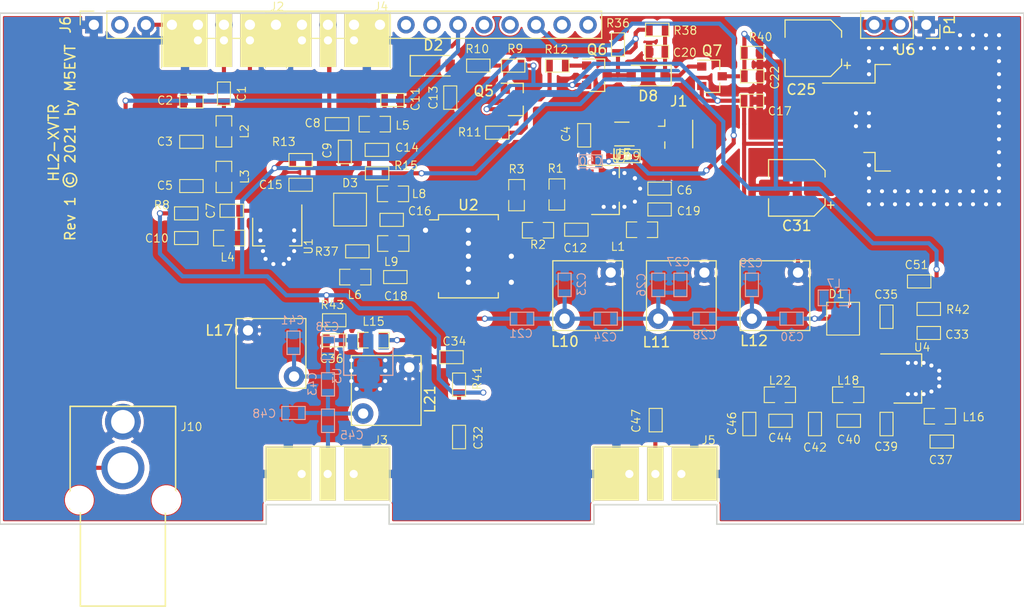
<source format=kicad_pcb>
(kicad_pcb (version 20171130) (host pcbnew 5.1.10-88a1d61d58~90~ubuntu20.04.1)
  (title_block (title HL2-6xvtr) (date 2021-03-08) (rev 1) (company N2ADR))
  (layers (0 F.Cu signal) (31 B.Cu signal) (34 B.Paste user hide) (35 F.Paste user hide) (36 B.SilkS user hide) (37 F.SilkS user) (38 B.Mask user hide) (39 F.Mask user hide) (44 Edge.Cuts user hide))
  (net 0 "")
  (net 1 GND)
  (net 2 "Net-(C8-Pad2)")
  (net 3 "Net-(C10-Pad2)")
  (net 4 "Net-(C21-Pad1)")
  (net 5 "Net-(C24-Pad2)")
  (net 6 "Net-(C34-Pad2)")
  (net 7 "Net-(C35-Pad1)")
  (net 8 "Net-(C36-Pad1)")
  (net 9 "Net-(C39-Pad2)")
  (net 10 INTTR)
  (net 11 +3V3)
  (net 12 "Net-(C13-Pad2)")
  (net 13 "Net-(C15-Pad2)")
  (net 14 "Net-(C16-Pad2)")
  (net 15 "Net-(C14-Pad2)")
  (net 16 +5VRX)
  (net 17 "Net-(C20-Pad2)")
  (net 18 "Net-(C35-Pad2)")
  (net 19 "Net-(C30-Pad2)")
  (net 20 "Net-(Q5-Pad3)")
  (net 21 "Net-(Q5-Pad1)")
  (net 22 "Net-(Q6-Pad1)")
  (net 23 +5VTX)
  (net 24 "Net-(C7-Pad1)")
  (net 25 "Net-(C15-Pad1)")
  (net 26 "Net-(C18-Pad1)")
  (net 27 "Net-(C21-Pad2)")
  (net 28 "Net-(C12-Pad2)")
  (net 29 "Net-(C34-Pad1)")
  (net 30 "Net-(C38-Pad1)")
  (net 31 "Net-(C12-Pad1)")
  (net 32 "Net-(C4-Pad1)")
  (net 33 "Net-(C1-Pad1)")
  (net 34 "Net-(C3-Pad1)")
  (net 35 "Net-(C4-Pad2)")
  (net 36 "Net-(C5-Pad1)")
  (net 37 "Net-(C11-Pad2)")
  (net 38 "Net-(C18-Pad2)")
  (net 39 "Net-(C28-Pad1)")
  (net 40 "Net-(C38-Pad2)")
  (net 41 "Net-(C43-Pad1)")
  (net 42 "Net-(C40-Pad2)")
  (net 43 "Net-(C44-Pad1)")
  (net 44 HL2RX)
  (net 45 "Net-(C45-Pad2)")
  (net 46 "Net-(C47-Pad2)")
  (net 47 /HL2_CLK)
  (net 48 HL2TX)
  (net 49 "Net-(J6-Pad20)")
  (net 50 "Net-(J6-Pad19)")
  (net 51 SCL)
  (net 52 SDA)
  (net 53 EXTTR)
  (net 54 "Net-(J6-Pad14)")
  (net 55 "Net-(J6-Pad2)")
  (net 56 +5V)
  (net 57 "Net-(C25-Pad1)")
  (net 58 "Net-(R2-Pad1)")
  (module n2adr:SOT-89-3_round (layer F.Cu) (at 123.698 72.263)
    (fp_text reference U7 (at 1.8288 -3.048) (layer F.SilkS) (effects (font (size 0.8 0.8) (thickness 0.1))))
    (fp_text value PGA-105)
    (pad 2 smd trapezoid (at 2.667 0 270) (size 1.6 0.85) (rect_delta 0 0.6) (layers F.Cu F.Paste F.Mask) (net 1 GND))
    (pad 1 smd rect (at -1.48 -1.5 270) (size 1 1.5) (layers F.Cu F.Paste F.Mask) (net 32 "Net-(C4-Pad1)"))
    (pad 2 smd rect (at -1.3335 0 270) (size 1 1.8) (layers F.Cu F.Paste F.Mask) (net 1 GND))
    (pad 3 smd rect (at -1.48 1.5 270) (size 1 1.5) (layers F.Cu F.Paste F.Mask) (net 31 "Net-(C12-Pad1)"))
    (pad 2 smd rect (at 1.3335 0 270) (size 2.2 1.84) (layers F.Cu F.Paste F.Mask) (net 1 GND))
    (pad 2 smd trapezoid (at -0.0762 0 90) (size 1.5 1) (rect_delta 0 0.7) (layers F.Cu F.Paste F.Mask) (net 1 GND))
  )
  (module n2adr:SOT-89-3_round (layer F.Cu) (at 153.2255 90.678)
    (fp_text reference U4 (at 1.8288 -3.048) (layer F.SilkS) (effects (font (size 0.8 0.8) (thickness 0.1))))
    (fp_text value SPF5189Z)
    (pad 2 smd trapezoid (at 2.667 0 270) (size 1.6 0.85) (rect_delta 0 0.6) (layers F.Cu F.Paste F.Mask) (net 1 GND))
    (pad 1 smd rect (at -1.48 -1.5 270) (size 1 1.5) (layers F.Cu F.Paste F.Mask) (net 7 "Net-(C35-Pad1)"))
    (pad 2 smd rect (at -1.3335 0 270) (size 1 1.8) (layers F.Cu F.Paste F.Mask) (net 1 GND))
    (pad 3 smd rect (at -1.48 1.5 270) (size 1 1.5) (layers F.Cu F.Paste F.Mask) (net 9 "Net-(C39-Pad2)"))
    (pad 2 smd rect (at 1.3335 0 270) (size 2.2 1.84) (layers F.Cu F.Paste F.Mask) (net 1 GND))
    (pad 2 smd trapezoid (at -0.0762 0 90) (size 1.5 1) (rect_delta 0 0.7) (layers F.Cu F.Paste F.Mask) (net 1 GND))
  )
  (module n2adr:SOT-89-3_round (layer B.Cu) (at 100.965 88.5825 270)
    (fp_text reference U3 (at 1.8288 3.048 90) (layer B.SilkS) (effects (font (size 0.8 0.8) (thickness 0.1)) (justify mirror)))
    (fp_text value SPF5189Z)
    (pad 2 smd trapezoid (at 2.667 0) (size 1.6 0.85) (rect_delta 0 -0.6) (layers B.Cu B.Paste B.Mask) (net 1 GND))
    (pad 1 smd rect (at -1.48 1.5) (size 1 1.5) (layers B.Cu B.Paste B.Mask) (net 30 "Net-(C38-Pad1)"))
    (pad 2 smd rect (at -1.3335 0) (size 1 1.8) (layers B.Cu B.Paste B.Mask) (net 1 GND))
    (pad 3 smd rect (at -1.48 -1.5) (size 1 1.5) (layers B.Cu B.Paste B.Mask) (net 29 "Net-(C34-Pad1)"))
    (pad 2 smd rect (at 1.3335 0) (size 2.2 1.84) (layers B.Cu B.Paste B.Mask) (net 1 GND))
    (pad 2 smd trapezoid (at -0.0762 0 180) (size 1.5 1) (rect_delta 0 -0.7) (layers B.Cu B.Paste B.Mask) (net 1 GND))
  )
  (module n2adr:SOT-89-3_round (layer F.Cu) (at 92.075 75.946 270)
    (fp_text reference U1 (at 1.8288 -3.048 90) (layer F.SilkS) (effects (font (size 0.8 0.8) (thickness 0.1))))
    (fp_text value PGA-105)
    (pad 2 smd trapezoid (at 2.667 0 180) (size 1.6 0.85) (rect_delta 0 0.6) (layers F.Cu F.Paste F.Mask) (net 1 GND))
    (pad 1 smd rect (at -1.48 -1.5 180) (size 1 1.5) (layers F.Cu F.Paste F.Mask) (net 25 "Net-(C15-Pad1)"))
    (pad 2 smd rect (at -1.3335 0 180) (size 1 1.8) (layers F.Cu F.Paste F.Mask) (net 1 GND))
    (pad 3 smd rect (at -1.48 1.5 180) (size 1 1.5) (layers F.Cu F.Paste F.Mask) (net 24 "Net-(C7-Pad1)"))
    (pad 2 smd rect (at 1.3335 0 180) (size 2.2 1.84) (layers F.Cu F.Paste F.Mask) (net 1 GND))
    (pad 2 smd trapezoid (at -0.0762 0) (size 1.5 1) (rect_delta 0 0.7) (layers F.Cu F.Paste F.Mask) (net 1 GND))
  )
  (module Package_TO_SOT_SMD:SOT-353_SC-70-5_Handsoldering (layer F.Cu) (at 125.73 66.802 180)
    (fp_text reference U5 (at 0 -2) (layer F.SilkS))
    (fp_text value 74LVC1G04)
    (pad 5 smd rect (at 1.33 -0.65 180) (size 1.5 0.4) (layers F.Cu F.Paste F.Mask) (net 11 +3V3))
    (pad 4 smd rect (at 1.33 0.65 180) (size 1.5 0.4) (layers F.Cu F.Paste F.Mask) (net 35 "Net-(C4-Pad2)"))
    (pad 3 smd rect (at -1.33 0.65 180) (size 1.5 0.4) (layers F.Cu F.Paste F.Mask) (net 1 GND))
    (pad 2 smd rect (at -1.33 0 180) (size 1.5 0.4) (layers F.Cu F.Paste F.Mask) (net 47 /HL2_CLK))
    (pad 1 smd rect (at -1.33 -0.65 180) (size 1.5 0.4) (layers F.Cu F.Paste F.Mask))
  )
  (module hermeslite:SMD-0805 (layer F.Cu) (at 115.443 72.771 90)
    (fp_text reference R3 (at 2.54 0 180) (layer F.SilkS) (effects (font (size 0.8 0.8) (thickness 0.1))))
    (fp_text value 150R hide)
    (pad 2 smd rect (at 0.9525 0 90) (size 0.889 1.397) (layers F.Cu F.Paste F.Mask) (net 1 GND))
    (pad 1 smd rect (at -0.9525 0 90) (size 0.889 1.397) (layers F.Cu F.Paste F.Mask) (net 58 "Net-(R2-Pad1)"))
  )
  (module hermeslite:SMD-0805 (layer F.Cu) (at 117.5385 76.2)
    (fp_text reference R2 (at 0 1.4) (layer F.SilkS) (effects (font (size 0.8 0.8) (thickness 0.1))))
    (fp_text value 38R hide)
    (pad 2 smd rect (at 0.9525 0) (size 0.889 1.397) (layers F.Cu F.Paste F.Mask) (net 28 "Net-(C12-Pad2)"))
    (pad 1 smd rect (at -0.9525 0) (size 0.889 1.397) (layers F.Cu F.Paste F.Mask) (net 58 "Net-(R2-Pad1)"))
  )
  (module hermeslite:SMD-0805 (layer F.Cu) (at 119.38 72.7075 90)
    (fp_text reference R1 (at 2.54 -0.127 180) (layer F.SilkS) (effects (font (size 0.8 0.8) (thickness 0.1))))
    (fp_text value 150R hide)
    (pad 2 smd rect (at 0.9525 0 90) (size 0.889 1.397) (layers F.Cu F.Paste F.Mask) (net 1 GND))
    (pad 1 smd rect (at -0.9525 0 90) (size 0.889 1.397) (layers F.Cu F.Paste F.Mask) (net 28 "Net-(C12-Pad2)"))
  )
  (module hermeslite:SMD-0805 (layer B.Cu) (at 146.431 82.804)
    (fp_text reference L7 (at 0 -1.4 180) (layer B.SilkS) (effects (font (size 0.8 0.8) (thickness 0.1)) (justify mirror)))
    (fp_text value 470nH hide)
    (pad 2 smd rect (at 0.9525 0) (size 0.889 1.397) (layers B.Cu B.Paste B.Mask) (net 1 GND))
    (pad 1 smd rect (at -0.9525 0) (size 0.889 1.397) (layers B.Cu B.Paste B.Mask) (net 19 "Net-(C30-Pad2)"))
  )
  (module hermeslite:SMD-0603_c (layer F.Cu) (at 154.7622 81.2038)
    (fp_text reference C51 (at -0.254 -1.6256) (layer F.SilkS) (effects (font (size 0.8 0.8) (thickness 0.1))))
    (fp_text value 1u hide)
    (pad 2 smd rect (at 0.762 0) (size 0.635 1.143) (layers F.Cu F.Paste F.Mask) (net 23 +5VTX))
    (pad 1 smd rect (at -0.762 0) (size 0.635 1.143) (layers F.Cu F.Paste F.Mask) (net 1 GND))
  )
  (module hermeslite:SMD-0603_c (layer B.Cu) (at 122.682 69.469)
    (fp_text reference C50 (at 0 0) (layer B.SilkS) (effects (font (size 0.8 0.8) (thickness 0.1)) (justify mirror)))
    (fp_text value 1n hide)
    (pad 2 smd rect (at 0.762 0) (size 0.635 1.143) (layers B.Cu B.Paste B.Mask) (net 11 +3V3))
    (pad 1 smd rect (at -0.762 0) (size 0.635 1.143) (layers B.Cu B.Paste B.Mask) (net 1 GND))
  )
  (module hermeslite:SMD-0603_c (layer F.Cu) (at 126.365 68.961 180)
    (fp_text reference C49 (at 0 0) (layer F.SilkS) (effects (font (size 0.8 0.8) (thickness 0.1))))
    (fp_text value 1u hide)
    (pad 2 smd rect (at 0.762 0 180) (size 0.635 1.143) (layers F.Cu F.Paste F.Mask) (net 11 +3V3))
    (pad 1 smd rect (at -0.762 0 180) (size 0.635 1.143) (layers F.Cu F.Paste F.Mask) (net 1 GND))
  )
  (module Capacitor_SMD:CP_Elec_5x5.4 (layer F.Cu) (at 142.8144 72.0598 180)
    (fp_text reference C31 (at 0 -3.7) (layer F.SilkS))
    (fp_text value 10uF)
    (pad 2 smd roundrect (at 2.2 0 180) (size 3 1.6) (layers F.Cu F.Paste F.Mask) (roundrect_rratio 0.15625) (net 1 GND))
    (pad 1 smd roundrect (at -2.2 0 180) (size 3 1.6) (layers F.Cu F.Paste F.Mask) (roundrect_rratio 0.15625) (net 56 +5V))
  )
  (module Capacitor_SMD:CP_Elec_5x5.4 (layer F.Cu) (at 144.4244 58.42 180)
    (fp_text reference C25 (at 1.1684 -4.0386) (layer F.SilkS))
    (fp_text value 10uF)
    (pad 2 smd roundrect (at 2.2 0 180) (size 3 1.6) (layers F.Cu F.Paste F.Mask) (roundrect_rratio 0.15625) (net 1 GND))
    (pad 1 smd roundrect (at -2.2 0 180) (size 3 1.6) (layers F.Cu F.Paste F.Mask) (roundrect_rratio 0.15625) (net 57 "Net-(C25-Pad1)"))
  )
  (module n2adr:Mini-Circuits_CD542_LandPatternPL-052 (layer F.Cu) (at 110.744 78.74)
    (fp_text reference U2 (at 0 -5) (layer F.SilkS))
    (fp_text value ADE-1H+)
    (pad 4 smd rect (at 2.032 1.27) (size 5.334 4.191) (layers F.Cu) (net 1 GND))
    (pad 1 smd rect (at -2.54 -2.54) (size 2.54 1.651) (layers F.Cu F.Paste F.Mask) (net 1 GND))
    (pad 2 smd rect (at -2.54 0) (size 2.54 1.651) (layers F.Cu F.Paste F.Mask) (net 26 "Net-(C18-Pad1)") (clearance 0.635))
    (pad 3 smd rect (at -2.54 2.54) (size 2.54 1.651) (layers F.Cu F.Paste F.Mask) (net 27 "Net-(C21-Pad2)") (clearance 0.635))
    (pad 6 smd rect (at 2.54 -2.54) (size 2.54 1.651) (layers F.Cu F.Paste F.Mask) (net 58 "Net-(R2-Pad1)") (clearance 0.635))
    (pad 5 smd rect (at 2.54 0) (size 2.54 1.651) (layers F.Cu F.Paste F.Mask) (net 1 GND))
    (pad 4 smd rect (at 2.54 2.54) (size 2.54 1.651) (layers F.Cu F.Paste F.Mask) (net 1 GND))
    (pad 1 thru_hole circle (at -4.191 -2.54) (size 1.016 1.016) (drill 0.508) (layers *.Cu) (net 1 GND))
    (pad 5 thru_hole circle (at 4.191 0) (size 1.016 1.016) (drill 0.508) (layers *.Cu) (net 1 GND))
    (pad 4 thru_hole circle (at 4.191 2.54) (size 1.016 1.016) (drill 0.508) (layers *.Cu) (net 1 GND))
    (pad 1 smd rect (at -2.032 -2.54) (size 5.334 1.651) (layers F.Cu) (net 1 GND))
    (pad 1 thru_hole circle (at 0 -2.54) (size 1.016 1.016) (drill 0.508) (layers *.Cu) (net 1 GND))
    (pad 1 thru_hole circle (at 0 -1.27) (size 1.016 1.016) (drill 0.508) (layers *.Cu) (net 1 GND))
    (pad 1 thru_hole circle (at 0 0) (size 1.016 1.016) (drill 0.508) (layers *.Cu) (net 1 GND))
    (pad 1 thru_hole circle (at 0 1.27) (size 1.016 1.016) (drill 0.508) (layers *.Cu) (net 1 GND))
    (pad 1 thru_hole circle (at 0 2.54) (size 1.016 1.016) (drill 0.508) (layers *.Cu) (net 1 GND))
    (pad 1 smd rect (at 0 0) (size 1.27 6.731) (layers F.Cu) (net 1 GND))
  )
  (module hermeslite:SMD-0603_r (layer F.Cu) (at 97.6376 84.9884 180)
    (fp_text reference R43 (at 0.1778 1.4986) (layer F.SilkS) (effects (font (size 0.8 0.8) (thickness 0.1))))
    (fp_text value 10R hide)
    (pad 2 smd rect (at 0.762 0 180) (size 0.635 1.143) (layers F.Cu F.Paste F.Mask) (net 16 +5VRX))
    (pad 1 smd rect (at -0.762 0 180) (size 0.635 1.143) (layers F.Cu F.Paste F.Mask) (net 8 "Net-(C36-Pad1)"))
  )
  (module hermeslite:SMD-0603_r (layer F.Cu) (at 155.702 83.8835 180)
    (fp_text reference R42 (at -2.8448 -0.0635) (layer F.SilkS) (effects (font (size 0.8 0.8) (thickness 0.1))))
    (fp_text value 390R hide)
    (pad 2 smd rect (at 0.762 0 180) (size 0.635 1.143) (layers F.Cu F.Paste F.Mask) (net 18 "Net-(C35-Pad2)"))
    (pad 1 smd rect (at -0.762 0 180) (size 0.635 1.143) (layers F.Cu F.Paste F.Mask) (net 23 +5VTX))
  )
  (module hermeslite:SMD-0603_r (layer F.Cu) (at 109.8296 91.2876 270)
    (fp_text reference R41 (at -0.635 -1.778 90) (layer F.SilkS) (effects (font (size 0.8 0.8) (thickness 0.1))))
    (fp_text value 390R hide)
    (pad 2 smd rect (at 0.762 0 270) (size 0.635 1.143) (layers F.Cu F.Paste F.Mask) (net 16 +5VRX))
    (pad 1 smd rect (at -0.762 0 270) (size 0.635 1.143) (layers F.Cu F.Paste F.Mask) (net 6 "Net-(C34-Pad2)"))
  )
  (module hermeslite:SMD-0603_r (layer F.Cu) (at 138.4554 58.8772)
    (fp_text reference R40 (at 0.8128 -1.5494) (layer F.SilkS) (effects (font (size 0.8 0.8) (thickness 0.1))))
    (fp_text value 1k hide)
    (pad 2 smd rect (at 0.762 0) (size 0.635 1.143) (layers F.Cu F.Paste F.Mask) (net 1 GND))
    (pad 1 smd rect (at -0.762 0) (size 0.635 1.143) (layers F.Cu F.Paste F.Mask) (net 23 +5VTX))
  )
  (module hermeslite:SMD-0603_r (layer F.Cu) (at 129.1844 56.6166)
    (fp_text reference R38 (at 2.7432 0.0762) (layer F.SilkS) (effects (font (size 0.8 0.8) (thickness 0.1))))
    (fp_text value 220k hide)
    (pad 2 smd rect (at 0.762 0) (size 0.635 1.143) (layers F.Cu F.Paste F.Mask) (net 17 "Net-(C20-Pad2)"))
    (pad 1 smd rect (at -0.762 0) (size 0.635 1.143) (layers F.Cu F.Paste F.Mask) (net 16 +5VRX))
  )
  (module hermeslite:SMD-0603_r (layer F.Cu) (at 99.8982 78.2574 180)
    (fp_text reference R37 (at 2.9972 -0.0254) (layer F.SilkS) (effects (font (size 0.8 0.8) (thickness 0.1))))
    (fp_text value 47R hide)
    (pad 2 smd rect (at 0.762 0 180) (size 0.635 1.143) (layers F.Cu F.Paste F.Mask) (net 1 GND))
    (pad 1 smd rect (at -0.762 0 180) (size 0.635 1.143) (layers F.Cu F.Paste F.Mask) (net 38 "Net-(C18-Pad2)"))
  )
  (module hermeslite:SMD-0603_r (layer F.Cu) (at 125.349 58.0644 270)
    (fp_text reference R36 (at -2.0828 0 180) (layer F.SilkS) (effects (font (size 0.8 0.8) (thickness 0.1))))
    (fp_text value 1k hide)
    (pad 2 smd rect (at 0.762 0 270) (size 0.635 1.143) (layers F.Cu F.Paste F.Mask) (net 16 +5VRX))
    (pad 1 smd rect (at -0.762 0 270) (size 0.635 1.143) (layers F.Cu F.Paste F.Mask) (net 1 GND))
  )
  (module hermeslite:SMD-0603_r (layer F.Cu) (at 101.8286 70.6374 180)
    (fp_text reference R15 (at -2.8194 0.762) (layer F.SilkS) (effects (font (size 0.8 0.8) (thickness 0.1))))
    (fp_text value 390R hide)
    (pad 2 smd rect (at 0.762 0 180) (size 0.635 1.143) (layers F.Cu F.Paste F.Mask) (net 15 "Net-(C14-Pad2)"))
    (pad 1 smd rect (at -0.762 0 180) (size 0.635 1.143) (layers F.Cu F.Paste F.Mask) (net 23 +5VTX))
  )
  (module hermeslite:SMD-0603_r (layer F.Cu) (at 94.361 69.342 180)
    (fp_text reference R13 (at 1.651 1.778) (layer F.SilkS) (effects (font (size 0.8 0.8) (thickness 0.1))))
    (fp_text value 390R hide)
    (pad 2 smd rect (at 0.762 0 180) (size 0.635 1.143) (layers F.Cu F.Paste F.Mask) (net 16 +5VRX))
    (pad 1 smd rect (at -0.762 0 180) (size 0.635 1.143) (layers F.Cu F.Paste F.Mask) (net 13 "Net-(C15-Pad2)"))
  )
  (module hermeslite:SMD-0603_r (layer F.Cu) (at 119.4308 60.1218 180)
    (fp_text reference R12 (at 0.1016 1.5748) (layer F.SilkS) (effects (font (size 0.8 0.8) (thickness 0.1))))
    (fp_text value 10k hide)
    (pad 2 smd rect (at 0.762 0 180) (size 0.635 1.143) (layers F.Cu F.Paste F.Mask) (net 20 "Net-(Q5-Pad3)"))
    (pad 1 smd rect (at -0.762 0 180) (size 0.635 1.143) (layers F.Cu F.Paste F.Mask) (net 22 "Net-(Q6-Pad1)"))
  )
  (module hermeslite:SMD-0603_r (layer F.Cu) (at 113.5634 66.675 180)
    (fp_text reference R11 (at 2.6924 0.0508) (layer F.SilkS) (effects (font (size 0.8 0.8) (thickness 0.1))))
    (fp_text value 1k hide)
    (pad 2 smd rect (at 0.762 0 180) (size 0.635 1.143) (layers F.Cu F.Paste F.Mask) (net 1 GND))
    (pad 1 smd rect (at -0.762 0 180) (size 0.635 1.143) (layers F.Cu F.Paste F.Mask) (net 20 "Net-(Q5-Pad3)"))
  )
  (module hermeslite:SMD-0603_r (layer F.Cu) (at 111.7092 60.1218 180)
    (fp_text reference R10 (at 0.1016 1.6256) (layer F.SilkS) (effects (font (size 0.8 0.8) (thickness 0.1))))
    (fp_text value 470R hide)
    (pad 2 smd rect (at 0.762 0 180) (size 0.635 1.143) (layers F.Cu F.Paste F.Mask) (net 12 "Net-(C13-Pad2)"))
    (pad 1 smd rect (at -0.762 0 180) (size 0.635 1.143) (layers F.Cu F.Paste F.Mask) (net 21 "Net-(Q5-Pad1)"))
  )
  (module hermeslite:SMD-0603_r (layer F.Cu) (at 115.1128 60.1218 180)
    (fp_text reference R9 (at -0.2032 1.651) (layer F.SilkS) (effects (font (size 0.8 0.8) (thickness 0.1))))
    (fp_text value 10k hide)
    (pad 2 smd rect (at 0.762 0 180) (size 0.635 1.143) (layers F.Cu F.Paste F.Mask) (net 21 "Net-(Q5-Pad1)"))
    (pad 1 smd rect (at -0.762 0 180) (size 0.635 1.143) (layers F.Cu F.Paste F.Mask) (net 56 +5V))
  )
  (module hermeslite:SMD-0603_r (layer F.Cu) (at 83.185 74.549 180)
    (fp_text reference R8 (at 2.3876 0.8128) (layer F.SilkS) (effects (font (size 0.8 0.8) (thickness 0.1))))
    (fp_text value 0R hide)
    (pad 2 smd rect (at 0.762 0 180) (size 0.635 1.143) (layers F.Cu F.Paste F.Mask) (net 16 +5VRX))
    (pad 1 smd rect (at -0.762 0 180) (size 0.635 1.143) (layers F.Cu F.Paste F.Mask) (net 3 "Net-(C10-Pad2)"))
  )
  (module hermeslite:SMD-0603_c (layer B.Cu) (at 93.6625 94.0435 180)
    (fp_text reference C48 (at 2.8575 -0.0635) (layer B.SilkS) (effects (font (size 0.8 0.8) (thickness 0.1)) (justify mirror)))
    (fp_text value 15p hide)
    (pad 2 smd rect (at 0.762 0 180) (size 0.635 1.143) (layers B.Cu B.Paste B.Mask) (net 1 GND))
    (pad 1 smd rect (at -0.762 0 180) (size 0.635 1.143) (layers B.Cu B.Paste B.Mask) (net 41 "Net-(C43-Pad1)"))
  )
  (module hermeslite:SMD-0603_c (layer F.Cu) (at 129.032 94.742 270)
    (fp_text reference C47 (at 0.0762 1.905 90) (layer F.SilkS) (effects (font (size 0.8 0.8) (thickness 0.1))))
    (fp_text value 1nF hide)
    (pad 2 smd rect (at 0.762 0 270) (size 0.635 1.143) (layers F.Cu F.Paste F.Mask) (net 46 "Net-(C47-Pad2)"))
    (pad 1 smd rect (at -0.762 0 270) (size 0.635 1.143) (layers F.Cu F.Paste F.Mask) (net 43 "Net-(C44-Pad1)"))
  )
  (module hermeslite:SMD-0603_c (layer F.Cu) (at 138.176 95.123 90)
    (fp_text reference C46 (at 0.0508 -1.7018 90) (layer F.SilkS) (effects (font (size 0.8 0.8) (thickness 0.1))))
    (fp_text value 51p hide)
    (pad 2 smd rect (at 0.762 0 90) (size 0.635 1.143) (layers F.Cu F.Paste F.Mask) (net 43 "Net-(C44-Pad1)"))
    (pad 1 smd rect (at -0.762 0 90) (size 0.635 1.143) (layers F.Cu F.Paste F.Mask) (net 1 GND))
  )
  (module hermeslite:SMD-0603_c (layer B.Cu) (at 97.028 94.8055 270)
    (fp_text reference C45 (at 1.4097 -2.3368 180) (layer B.SilkS) (effects (font (size 0.8 0.8) (thickness 0.1)) (justify mirror)))
    (fp_text value 10p hide)
    (pad 2 smd rect (at 0.762 0 270) (size 0.635 1.143) (layers B.Cu B.Paste B.Mask) (net 45 "Net-(C45-Pad2)"))
    (pad 1 smd rect (at -0.762 0 270) (size 0.635 1.143) (layers B.Cu B.Paste B.Mask) (net 41 "Net-(C43-Pad1)"))
  )
  (module hermeslite:SMD-0603_c (layer F.Cu) (at 141.224 94.8055)
    (fp_text reference C44 (at -0.0508 1.6637) (layer F.SilkS) (effects (font (size 0.8 0.8) (thickness 0.1))))
    (fp_text value 18p hide)
    (pad 2 smd rect (at 0.762 0) (size 0.635 1.143) (layers F.Cu F.Paste F.Mask) (net 42 "Net-(C40-Pad2)"))
    (pad 1 smd rect (at -0.762 0) (size 0.635 1.143) (layers F.Cu F.Paste F.Mask) (net 43 "Net-(C44-Pad1)"))
  )
  (module hermeslite:SMD-0603_c (layer B.Cu) (at 97.028 91.2495 90)
    (fp_text reference C43 (at 0.0381 -1.524 90) (layer B.SilkS) (effects (font (size 0.8 0.8) (thickness 0.1)) (justify mirror)))
    (fp_text value 1.8p hide)
    (pad 2 smd rect (at 0.762 0 90) (size 0.635 1.143) (layers B.Cu B.Paste B.Mask) (net 40 "Net-(C38-Pad2)"))
    (pad 1 smd rect (at -0.762 0 90) (size 0.635 1.143) (layers B.Cu B.Paste B.Mask) (net 41 "Net-(C43-Pad1)"))
  )
  (module hermeslite:SMD-0603_c (layer B.Cu) (at 93.6625 87.1855 90)
    (fp_text reference C41 (at 2.1971 -0.0889 180) (layer B.SilkS) (effects (font (size 0.8 0.8) (thickness 0.1)) (justify mirror)))
    (fp_text value 15p hide)
    (pad 2 smd rect (at 0.762 0 90) (size 0.635 1.143) (layers B.Cu B.Paste B.Mask) (net 1 GND))
    (pad 1 smd rect (at -0.762 0 90) (size 0.635 1.143) (layers B.Cu B.Paste B.Mask) (net 40 "Net-(C38-Pad2)"))
  )
  (module hermeslite:SMD-0603_c (layer F.Cu) (at 147.8915 94.8055 180)
    (fp_text reference C40 (at -0.0127 -1.8415) (layer F.SilkS) (effects (font (size 0.8 0.8) (thickness 0.1))))
    (fp_text value 6.8p hide)
    (pad 2 smd rect (at 0.762 0 180) (size 0.635 1.143) (layers F.Cu F.Paste F.Mask) (net 42 "Net-(C40-Pad2)"))
    (pad 1 smd rect (at -0.762 0 180) (size 0.635 1.143) (layers F.Cu F.Paste F.Mask) (net 9 "Net-(C39-Pad2)"))
  )
  (module hermeslite:SMD-0603_c (layer F.Cu) (at 151.5745 95.123 90)
    (fp_text reference C39 (at -2.2098 -0.0381 180) (layer F.SilkS) (effects (font (size 0.8 0.8) (thickness 0.1))))
    (fp_text value 62p hide)
    (pad 2 smd rect (at 0.762 0 90) (size 0.635 1.143) (layers F.Cu F.Paste F.Mask) (net 9 "Net-(C39-Pad2)"))
    (pad 1 smd rect (at -0.762 0 90) (size 0.635 1.143) (layers F.Cu F.Paste F.Mask) (net 1 GND))
  )
  (module hermeslite:SMD-0603_c (layer B.Cu) (at 97.028 87.6935 270)
    (fp_text reference C38 (at -2.0701 0.0508 180) (layer B.SilkS) (effects (font (size 0.8 0.8) (thickness 0.1)) (justify mirror)))
    (fp_text value 10p hide)
    (pad 2 smd rect (at 0.762 0 270) (size 0.635 1.143) (layers B.Cu B.Paste B.Mask) (net 40 "Net-(C38-Pad2)"))
    (pad 1 smd rect (at -0.762 0 270) (size 0.635 1.143) (layers B.Cu B.Paste B.Mask) (net 30 "Net-(C38-Pad1)"))
  )
  (module hermeslite:SMD-0603_c (layer F.Cu) (at 156.972 96.8375)
    (fp_text reference C37 (at -0.1016 1.7907) (layer F.SilkS) (effects (font (size 0.8 0.8) (thickness 0.1))))
    (fp_text value 510p hide)
    (pad 2 smd rect (at 0.762 0) (size 0.635 1.143) (layers F.Cu F.Paste F.Mask) (net 23 +5VTX))
    (pad 1 smd rect (at -0.762 0) (size 0.635 1.143) (layers F.Cu F.Paste F.Mask) (net 1 GND))
  )
  (module hermeslite:SMD-0603_c (layer F.Cu) (at 97.6376 86.9442 180)
    (fp_text reference C36 (at 0.254 -1.8034 180) (layer F.SilkS) (effects (font (size 0.8 0.8) (thickness 0.1))))
    (fp_text value 510p hide)
    (pad 2 smd rect (at 0.762 0 180) (size 0.635 1.143) (layers F.Cu F.Paste F.Mask) (net 1 GND))
    (pad 1 smd rect (at -0.762 0 180) (size 0.635 1.143) (layers F.Cu F.Paste F.Mask) (net 8 "Net-(C36-Pad1)"))
  )
  (module hermeslite:SMD-0603_c (layer F.Cu) (at 151.5745 84.6455 90)
    (fp_text reference C35 (at 2.1717 -0.0381 180) (layer F.SilkS) (effects (font (size 0.8 0.8) (thickness 0.1))))
    (fp_text value 82p hide)
    (pad 2 smd rect (at 0.762 0 90) (size 0.635 1.143) (layers F.Cu F.Paste F.Mask) (net 18 "Net-(C35-Pad2)"))
    (pad 1 smd rect (at -0.762 0 90) (size 0.635 1.143) (layers F.Cu F.Paste F.Mask) (net 7 "Net-(C35-Pad1)"))
  )
  (module hermeslite:SMD-0603_c (layer F.Cu) (at 109.093 88.5952)
    (fp_text reference C34 (at 0.2794 -1.5494) (layer F.SilkS) (effects (font (size 0.8 0.8) (thickness 0.1))))
    (fp_text value 1n hide)
    (pad 2 smd rect (at 0.762 0) (size 0.635 1.143) (layers F.Cu F.Paste F.Mask) (net 6 "Net-(C34-Pad2)"))
    (pad 1 smd rect (at -0.762 0) (size 0.635 1.143) (layers F.Cu F.Paste F.Mask) (net 29 "Net-(C34-Pad1)"))
  )
  (module hermeslite:SMD-0603_c (layer F.Cu) (at 155.702 86.233)
    (fp_text reference C33 (at 2.7686 0.1524) (layer F.SilkS) (effects (font (size 0.8 0.8) (thickness 0.1))))
    (fp_text value 1n hide)
    (pad 2 smd rect (at 0.762 0) (size 0.635 1.143) (layers F.Cu F.Paste F.Mask) (net 23 +5VTX))
    (pad 1 smd rect (at -0.762 0) (size 0.635 1.143) (layers F.Cu F.Paste F.Mask) (net 1 GND))
  )
  (module hermeslite:SMD-0603_c (layer F.Cu) (at 109.8296 96.393 270)
    (fp_text reference C32 (at 0.0762 -1.8796 90) (layer F.SilkS) (effects (font (size 0.8 0.8) (thickness 0.1))))
    (fp_text value 1n hide)
    (pad 2 smd rect (at 0.762 0 270) (size 0.635 1.143) (layers F.Cu F.Paste F.Mask) (net 1 GND))
    (pad 1 smd rect (at -0.762 0 270) (size 0.635 1.143) (layers F.Cu F.Paste F.Mask) (net 16 +5VRX))
  )
  (module hermeslite:SMD-0603_c (layer B.Cu) (at 142.3035 84.836)
    (fp_text reference C30 (at 0.0635 1.778) (layer B.SilkS) (effects (font (size 0.8 0.8) (thickness 0.1)) (justify mirror)))
    (fp_text value 10p hide)
    (pad 2 smd rect (at 0.762 0) (size 0.635 1.143) (layers B.Cu B.Paste B.Mask) (net 19 "Net-(C30-Pad2)"))
    (pad 1 smd rect (at -0.762 0) (size 0.635 1.143) (layers B.Cu B.Paste B.Mask) (net 39 "Net-(C28-Pad1)"))
  )
  (module hermeslite:SMD-0603_c (layer B.Cu) (at 138.43 81.534 270)
    (fp_text reference C29 (at -2.1336 0.0762 180) (layer B.SilkS) (effects (font (size 0.8 0.8) (thickness 0.1)) (justify mirror)))
    (fp_text value 15p hide)
    (pad 2 smd rect (at 0.762 0 270) (size 0.635 1.143) (layers B.Cu B.Paste B.Mask) (net 39 "Net-(C28-Pad1)"))
    (pad 1 smd rect (at -0.762 0 270) (size 0.635 1.143) (layers B.Cu B.Paste B.Mask) (net 1 GND))
  )
  (module hermeslite:SMD-0603_c (layer B.Cu) (at 133.7945 84.836 180)
    (fp_text reference C28 (at 0 -1.6002) (layer B.SilkS) (effects (font (size 0.8 0.8) (thickness 0.1)) (justify mirror)))
    (fp_text value 1.8p hide)
    (pad 2 smd rect (at 0.762 0 180) (size 0.635 1.143) (layers B.Cu B.Paste B.Mask) (net 5 "Net-(C24-Pad2)"))
    (pad 1 smd rect (at -0.762 0 180) (size 0.635 1.143) (layers B.Cu B.Paste B.Mask) (net 39 "Net-(C28-Pad1)"))
  )
  (module hermeslite:SMD-0603_c (layer B.Cu) (at 131.445 81.534 90)
    (fp_text reference C27 (at 2.2352 -0.2032 180) (layer B.SilkS) (effects (font (size 0.8 0.8) (thickness 0.1)) (justify mirror)))
    (fp_text value DNF hide)
    (pad 2 smd rect (at 0.762 0 90) (size 0.635 1.143) (layers B.Cu B.Paste B.Mask) (net 1 GND))
    (pad 1 smd rect (at -0.762 0 90) (size 0.635 1.143) (layers B.Cu B.Paste B.Mask) (net 5 "Net-(C24-Pad2)"))
  )
  (module hermeslite:SMD-0603_c (layer B.Cu) (at 129.286 81.534 90)
    (fp_text reference C26 (at 0 -1.651 90) (layer B.SilkS) (effects (font (size 0.8 0.8) (thickness 0.1)) (justify mirror)))
    (fp_text value 22p hide)
    (pad 2 smd rect (at 0.762 0 90) (size 0.635 1.143) (layers B.Cu B.Paste B.Mask) (net 1 GND))
    (pad 1 smd rect (at -0.762 0 90) (size 0.635 1.143) (layers B.Cu B.Paste B.Mask) (net 5 "Net-(C24-Pad2)"))
  )
  (module hermeslite:SMD-0603_c (layer B.Cu) (at 124.1425 84.836)
    (fp_text reference C24 (at -0.0381 1.8034) (layer B.SilkS) (effects (font (size 0.8 0.8) (thickness 0.1)) (justify mirror)))
    (fp_text value 1.8p hide)
    (pad 2 smd rect (at 0.762 0) (size 0.635 1.143) (layers B.Cu B.Paste B.Mask) (net 5 "Net-(C24-Pad2)"))
    (pad 1 smd rect (at -0.762 0) (size 0.635 1.143) (layers B.Cu B.Paste B.Mask) (net 4 "Net-(C21-Pad1)"))
  )
  (module hermeslite:SMD-0603_c (layer B.Cu) (at 120.142 81.534 270)
    (fp_text reference C23 (at -0.0762 -1.651 90) (layer B.SilkS) (effects (font (size 0.8 0.8) (thickness 0.1)) (justify mirror)))
    (fp_text value 15p hide)
    (pad 2 smd rect (at 0.762 0 270) (size 0.635 1.143) (layers B.Cu B.Paste B.Mask) (net 4 "Net-(C21-Pad1)"))
    (pad 1 smd rect (at -0.762 0 270) (size 0.635 1.143) (layers B.Cu B.Paste B.Mask) (net 1 GND))
  )
  (module hermeslite:SMD-0603_c (layer F.Cu) (at 138.4554 61.1632 180)
    (fp_text reference C22 (at -2.2098 -0.127 90) (layer F.SilkS) (effects (font (size 0.8 0.8) (thickness 0.1))))
    (fp_text value 1nF hide)
    (pad 2 smd rect (at 0.762 0 180) (size 0.635 1.143) (layers F.Cu F.Paste F.Mask) (net 23 +5VTX))
    (pad 1 smd rect (at -0.762 0 180) (size 0.635 1.143) (layers F.Cu F.Paste F.Mask) (net 1 GND))
  )
  (module hermeslite:SMD-0603_c (layer B.Cu) (at 115.9764 84.836 180)
    (fp_text reference C21 (at 0.1016 -1.4478) (layer B.SilkS) (effects (font (size 0.8 0.8) (thickness 0.1)) (justify mirror)))
    (fp_text value 10p hide)
    (pad 2 smd rect (at 0.762 0 180) (size 0.635 1.143) (layers B.Cu B.Paste B.Mask) (net 27 "Net-(C21-Pad2)"))
    (pad 1 smd rect (at -0.762 0 180) (size 0.635 1.143) (layers B.Cu B.Paste B.Mask) (net 4 "Net-(C21-Pad1)"))
  )
  (module hermeslite:SMD-0603_c (layer F.Cu) (at 129.159 58.7756)
    (fp_text reference C20 (at 2.7178 0.0762) (layer F.SilkS) (effects (font (size 0.8 0.8) (thickness 0.1))))
    (fp_text value 1uF hide)
    (pad 2 smd rect (at 0.762 0) (size 0.635 1.143) (layers F.Cu F.Paste F.Mask) (net 17 "Net-(C20-Pad2)"))
    (pad 1 smd rect (at -0.762 0) (size 0.635 1.143) (layers F.Cu F.Paste F.Mask) (net 1 GND))
  )
  (module hermeslite:SMD-0603_c (layer F.Cu) (at 129.413 74.168)
    (fp_text reference C19 (at 2.8448 0.1524) (layer F.SilkS) (effects (font (size 0.8 0.8) (thickness 0.1))))
    (fp_text value 1n hide)
    (pad 2 smd rect (at 0.762 0) (size 0.635 1.143) (layers F.Cu F.Paste F.Mask) (net 1 GND))
    (pad 1 smd rect (at -0.762 0) (size 0.635 1.143) (layers F.Cu F.Paste F.Mask) (net 56 +5V))
  )
  (module hermeslite:SMD-0603_c (layer F.Cu) (at 103.6066 80.772 180)
    (fp_text reference C18 (at -0.0508 -1.8542) (layer F.SilkS) (effects (font (size 0.8 0.8) (thickness 0.1))))
    (fp_text value 47p hide)
    (pad 2 smd rect (at 0.762 0 180) (size 0.635 1.143) (layers F.Cu F.Paste F.Mask) (net 38 "Net-(C18-Pad2)"))
    (pad 1 smd rect (at -0.762 0 180) (size 0.635 1.143) (layers F.Cu F.Paste F.Mask) (net 26 "Net-(C18-Pad1)"))
  )
  (module hermeslite:SMD-0603_c (layer F.Cu) (at 138.43 63.5508 180)
    (fp_text reference C17 (at -2.7178 -1.016) (layer F.SilkS) (effects (font (size 0.8 0.8) (thickness 0.1))))
    (fp_text value 1nF hide)
    (pad 2 smd rect (at 0.762 0 180) (size 0.635 1.143) (layers F.Cu F.Paste F.Mask) (net 56 +5V))
    (pad 1 smd rect (at -0.762 0 180) (size 0.635 1.143) (layers F.Cu F.Paste F.Mask) (net 1 GND))
  )
  (module hermeslite:SMD-0603_c (layer F.Cu) (at 103.251 75.184 180)
    (fp_text reference C16 (at -2.7432 0.8636) (layer F.SilkS) (effects (font (size 0.8 0.8) (thickness 0.1))))
    (fp_text value 47p hide)
    (pad 2 smd rect (at 0.762 0 180) (size 0.635 1.143) (layers F.Cu F.Paste F.Mask) (net 14 "Net-(C16-Pad2)"))
    (pad 1 smd rect (at -0.762 0 180) (size 0.635 1.143) (layers F.Cu F.Paste F.Mask) (net 1 GND))
  )
  (module hermeslite:SMD-0603_c (layer F.Cu) (at 94.361 71.755)
    (fp_text reference C15 (at -2.921 0) (layer F.SilkS) (effects (font (size 0.8 0.8) (thickness 0.1))))
    (fp_text value 1n hide)
    (pad 2 smd rect (at 0.762 0) (size 0.635 1.143) (layers F.Cu F.Paste F.Mask) (net 13 "Net-(C15-Pad2)"))
    (pad 1 smd rect (at -0.762 0) (size 0.635 1.143) (layers F.Cu F.Paste F.Mask) (net 25 "Net-(C15-Pad1)"))
  )
  (module hermeslite:SMD-0603_c (layer F.Cu) (at 108.966 63.246 90)
    (fp_text reference C13 (at 0 -1.651 90) (layer F.SilkS) (effects (font (size 0.8 0.8) (thickness 0.1))))
    (fp_text value 1nF hide)
    (pad 2 smd rect (at 0.762 0 90) (size 0.635 1.143) (layers F.Cu F.Paste F.Mask) (net 12 "Net-(C13-Pad2)"))
    (pad 1 smd rect (at -0.762 0 90) (size 0.635 1.143) (layers F.Cu F.Paste F.Mask) (net 1 GND))
  )
  (module hermeslite:SMD-0603_c (layer F.Cu) (at 121.285 76.1492 180)
    (fp_text reference C12 (at 0.1016 -1.778) (layer F.SilkS) (effects (font (size 0.8 0.8) (thickness 0.1))))
    (fp_text value 1n hide)
    (pad 2 smd rect (at 0.762 0 180) (size 0.635 1.143) (layers F.Cu F.Paste F.Mask) (net 28 "Net-(C12-Pad2)"))
    (pad 1 smd rect (at -0.762 0 180) (size 0.635 1.143) (layers F.Cu F.Paste F.Mask) (net 31 "Net-(C12-Pad1)"))
  )
  (module hermeslite:SMD-0603_c (layer F.Cu) (at 103.3272 63.4746 180)
    (fp_text reference C11 (at -2.2352 0.0762 90) (layer F.SilkS) (effects (font (size 0.8 0.8) (thickness 0.1))))
    (fp_text value 150p hide)
    (pad 2 smd rect (at 0.762 0 180) (size 0.635 1.143) (layers F.Cu F.Paste F.Mask) (net 37 "Net-(C11-Pad2)"))
    (pad 1 smd rect (at -0.762 0 180) (size 0.635 1.143) (layers F.Cu F.Paste F.Mask) (net 1 GND))
  )
  (module hermeslite:SMD-0603_c (layer F.Cu) (at 83.185 76.962)
    (fp_text reference C10 (at -2.8702 0.0254) (layer F.SilkS) (effects (font (size 0.8 0.8) (thickness 0.1))))
    (fp_text value 1n hide)
    (pad 2 smd rect (at 0.762 0) (size 0.635 1.143) (layers F.Cu F.Paste F.Mask) (net 3 "Net-(C10-Pad2)"))
    (pad 1 smd rect (at -0.762 0) (size 0.635 1.143) (layers F.Cu F.Paste F.Mask) (net 1 GND))
  )
  (module hermeslite:SMD-0603_c (layer F.Cu) (at 98.679 68.5546 90)
    (fp_text reference C9 (at 0.1524 -1.7272 90) (layer F.SilkS) (effects (font (size 0.8 0.8) (thickness 0.1))))
    (fp_text value 150p hide)
    (pad 2 smd rect (at 0.762 0 90) (size 0.635 1.143) (layers F.Cu F.Paste F.Mask) (net 2 "Net-(C8-Pad2)"))
    (pad 1 smd rect (at -0.762 0 90) (size 0.635 1.143) (layers F.Cu F.Paste F.Mask) (net 1 GND))
  )
  (module hermeslite:SMD-0603_c (layer F.Cu) (at 87.63 74.295 180)
    (fp_text reference C7 (at 2.0574 0 90) (layer F.SilkS) (effects (font (size 0.8 0.8) (thickness 0.1))))
    (fp_text value 68p hide)
    (pad 2 smd rect (at 0.762 0 180) (size 0.635 1.143) (layers F.Cu F.Paste F.Mask) (net 36 "Net-(C5-Pad1)"))
    (pad 1 smd rect (at -0.762 0 180) (size 0.635 1.143) (layers F.Cu F.Paste F.Mask) (net 24 "Net-(C7-Pad1)"))
  )
  (module hermeslite:SMD-0603_c (layer F.Cu) (at 129.413 72.136)
    (fp_text reference C6 (at 2.4384 0.1524) (layer F.SilkS) (effects (font (size 0.8 0.8) (thickness 0.1))))
    (fp_text value 510p hide)
    (pad 2 smd rect (at 0.762 0) (size 0.635 1.143) (layers F.Cu F.Paste F.Mask) (net 1 GND))
    (pad 1 smd rect (at -0.762 0) (size 0.635 1.143) (layers F.Cu F.Paste F.Mask) (net 56 +5V))
  )
  (module hermeslite:SMD-0603_c (layer F.Cu) (at 83.693 71.882 180)
    (fp_text reference C5 (at 2.5908 0.0508) (layer F.SilkS) (effects (font (size 0.8 0.8) (thickness 0.1))))
    (fp_text value 82p hide)
    (pad 2 smd rect (at 0.762 0 180) (size 0.635 1.143) (layers F.Cu F.Paste F.Mask) (net 1 GND))
    (pad 1 smd rect (at -0.762 0 180) (size 0.635 1.143) (layers F.Cu F.Paste F.Mask) (net 36 "Net-(C5-Pad1)"))
  )
  (module hermeslite:SMD-0603_c (layer F.Cu) (at 122.047 66.929 90)
    (fp_text reference C4 (at 0.127 -1.778 90) (layer F.SilkS) (effects (font (size 0.8 0.8) (thickness 0.1))))
    (fp_text value 1n hide)
    (pad 2 smd rect (at 0.762 0 90) (size 0.635 1.143) (layers F.Cu F.Paste F.Mask) (net 35 "Net-(C4-Pad2)"))
    (pad 1 smd rect (at -0.762 0 90) (size 0.635 1.143) (layers F.Cu F.Paste F.Mask) (net 32 "Net-(C4-Pad1)"))
  )
  (module hermeslite:SMD-0603_c (layer F.Cu) (at 83.693 67.564 180)
    (fp_text reference C3 (at 2.5908 0.0254) (layer F.SilkS) (effects (font (size 0.8 0.8) (thickness 0.1))))
    (fp_text value 560p hide)
    (pad 2 smd rect (at 0.762 0 180) (size 0.635 1.143) (layers F.Cu F.Paste F.Mask) (net 1 GND))
    (pad 1 smd rect (at -0.762 0 180) (size 0.635 1.143) (layers F.Cu F.Paste F.Mask) (net 34 "Net-(C3-Pad1)"))
  )
  (module hermeslite:SMD-0603_c (layer F.Cu) (at 83.693 63.627 180)
    (fp_text reference C2 (at 2.5654 0.1016) (layer F.SilkS) (effects (font (size 0.8 0.8) (thickness 0.1))))
    (fp_text value 82p hide)
    (pad 2 smd rect (at 0.762 0 180) (size 0.635 1.143) (layers F.Cu F.Paste F.Mask) (net 1 GND))
    (pad 1 smd rect (at -0.762 0 180) (size 0.635 1.143) (layers F.Cu F.Paste F.Mask) (net 33 "Net-(C1-Pad1)"))
  )
  (module hermeslite:SMD-0603_c (layer F.Cu) (at 86.868 62.865 90)
    (fp_text reference C1 (at 0 1.7272 90) (layer F.SilkS) (effects (font (size 0.8 0.8) (thickness 0.1))))
    (fp_text value 68p hide)
    (pad 2 smd rect (at 0.762 0 90) (size 0.635 1.143) (layers F.Cu F.Paste F.Mask) (net 44 HL2RX))
    (pad 1 smd rect (at -0.762 0 90) (size 0.635 1.143) (layers F.Cu F.Paste F.Mask) (net 33 "Net-(C1-Pad1)"))
  )
  (module hermeslite:SMD-0805 (layer F.Cu) (at 99.695 80.772 180)
    (fp_text reference L6 (at 0.0508 -1.7272) (layer F.SilkS) (effects (font (size 0.8 0.8) (thickness 0.1))))
    (fp_text value 220nH hide)
    (pad 2 smd rect (at 0.9525 0 180) (size 0.889 1.397) (layers F.Cu F.Paste F.Mask) (net 1 GND))
    (pad 1 smd rect (at -0.9525 0 180) (size 0.889 1.397) (layers F.Cu F.Paste F.Mask) (net 38 "Net-(C18-Pad2)"))
  )
  (module n2adr:coilcraft_tunable_coil (layer F.Cu) (at 120.142 84.836 90)
    (fp_text reference L10 (at -2.2352 0.0254 180) (layer F.SilkS))
    (fp_text value 405nH)
    (pad 2 thru_hole circle (at 4.5 4.5 90) (size 2 2) (drill 1) (layers *.Cu *.Mask) (net 1 GND))
    (pad 1 thru_hole circle (at 0 0 90) (size 2 2) (drill 1) (layers *.Cu *.Mask) (net 4 "Net-(C21-Pad1)"))
  )
  (module n2adr:U.FL_Hirose_U.FL-R-SMT-1_Vertical (layer F.Cu) (at 130.81 66.802)
    (fp_text reference J1 (at 0.475 -3.2) (layer F.SilkS))
    (fp_text value Conn_Coaxial-Connector)
    (pad 2 smd rect (at 0.475 -1.475) (size 2.2 1.05) (layers F.Cu F.Paste F.Mask) (net 1 GND))
    (pad 1 smd rect (at -1.05 0) (size 1.05 1) (layers F.Cu F.Paste F.Mask) (net 47 /HL2_CLK))
    (pad 2 smd rect (at 0.475 1.475) (size 2.2 1.05) (layers F.Cu F.Paste F.Mask) (net 1 GND))
  )
  (module Connector_PinSocket_2.54mm:PinSocket_1x03_P2.54mm_Vertical (layer F.Cu) (at 155.458 56.134 270)
    (fp_text reference P1 (at 0 -2.276 90) (layer F.SilkS))
    (fp_text value CONN_01X03)
    (pad 3 thru_hole oval (at 0 5.08 270) (size 1.7 1.7) (drill 1) (layers *.Cu *.Mask) (net 57 "Net-(C25-Pad1)"))
    (pad 2 thru_hole oval (at 0 2.54 270) (size 1.7 1.7) (drill 1) (layers *.Cu *.Mask) (net 57 "Net-(C25-Pad1)"))
    (pad 1 thru_hole rect (at 0 0 270) (size 1.7 1.7) (drill 1) (layers *.Cu *.Mask) (net 1 GND))
  )
  (module Connector_PinSocket_2.54mm:PinSocket_1x20_P2.54mm_Vertical (layer F.Cu) (at 74.168 56.134 90)
    (fp_text reference J6 (at 0 -2.77 90) (layer F.SilkS))
    (fp_text value Conn_01x20)
    (pad 20 thru_hole oval (at 0 48.26 90) (size 1.7 1.7) (drill 1) (layers *.Cu *.Mask) (net 49 "Net-(J6-Pad20)"))
    (pad 19 thru_hole oval (at 0 45.72 90) (size 1.7 1.7) (drill 1) (layers *.Cu *.Mask) (net 50 "Net-(J6-Pad19)"))
    (pad 18 thru_hole oval (at 0 43.18 90) (size 1.7 1.7) (drill 1) (layers *.Cu *.Mask) (net 11 +3V3))
    (pad 17 thru_hole oval (at 0 40.64 90) (size 1.7 1.7) (drill 1) (layers *.Cu *.Mask) (net 51 SCL))
    (pad 16 thru_hole oval (at 0 38.1 90) (size 1.7 1.7) (drill 1) (layers *.Cu *.Mask) (net 52 SDA))
    (pad 15 thru_hole oval (at 0 35.56 90) (size 1.7 1.7) (drill 1) (layers *.Cu *.Mask) (net 53 EXTTR))
    (pad 14 thru_hole oval (at 0 33.02 90) (size 1.7 1.7) (drill 1) (layers *.Cu *.Mask) (net 54 "Net-(J6-Pad14)"))
    (pad 13 thru_hole oval (at 0 30.48 90) (size 1.7 1.7) (drill 1) (layers *.Cu *.Mask) (net 10 INTTR))
    (pad 12 thru_hole oval (at 0 27.94 90) (size 1.7 1.7) (drill 1) (layers *.Cu *.Mask) (net 1 GND))
    (pad 11 thru_hole oval (at 0 25.4 90) (size 1.7 1.7) (drill 1) (layers *.Cu *.Mask) (net 1 GND))
    (pad 10 thru_hole oval (at 0 22.86 90) (size 1.7 1.7) (drill 1) (layers *.Cu *.Mask) (net 48 HL2TX))
    (pad 9 thru_hole oval (at 0 20.32 90) (size 1.7 1.7) (drill 1) (layers *.Cu *.Mask) (net 1 GND))
    (pad 8 thru_hole oval (at 0 17.78 90) (size 1.7 1.7) (drill 1) (layers *.Cu *.Mask) (net 1 GND))
    (pad 7 thru_hole oval (at 0 15.24 90) (size 1.7 1.7) (drill 1) (layers *.Cu *.Mask) (net 1 GND))
    (pad 6 thru_hole oval (at 0 12.7 90) (size 1.7 1.7) (drill 1) (layers *.Cu *.Mask) (net 44 HL2RX))
    (pad 5 thru_hole oval (at 0 10.16 90) (size 1.7 1.7) (drill 1) (layers *.Cu *.Mask) (net 1 GND))
    (pad 4 thru_hole oval (at 0 7.62 90) (size 1.7 1.7) (drill 1) (layers *.Cu *.Mask) (net 1 GND))
    (pad 3 thru_hole oval (at 0 5.08 90) (size 1.7 1.7) (drill 1) (layers *.Cu *.Mask) (net 1 GND))
    (pad 2 thru_hole oval (at 0 2.54 90) (size 1.7 1.7) (drill 1) (layers *.Cu *.Mask) (net 55 "Net-(J6-Pad2)"))
    (pad 1 thru_hole rect (at 0 0 90) (size 1.7 1.7) (drill 1) (layers *.Cu *.Mask) (net 1 GND))
  )
  (module Package_TO_SOT_SMD:TO-263-2 (layer F.Cu) (at 153.4065 65.2145)
    (fp_text reference U6 (at 0 -6.65) (layer F.SilkS))
    (fp_text value 7805)
    (pad 2 smd rect (at 3.375 0) (size 9.4 10.8) (layers F.Cu F.Mask) (net 1 GND))
    (pad 3 smd rect (at -5.775 2.54) (size 4.6 1.1) (layers F.Cu F.Paste F.Mask) (net 56 +5V))
    (pad 1 smd rect (at -5.775 -2.54) (size 4.6 1.1) (layers F.Cu F.Paste F.Mask) (net 57 "Net-(C25-Pad1)"))
  )
  (module hermeslite:SMD-0805 (layer F.Cu) (at 141.1605 92.2655 180)
    (fp_text reference L22 (at 0 1.4) (layer F.SilkS) (effects (font (size 0.8 0.8) (thickness 0.1))))
    (fp_text value 150nH hide)
    (pad 2 smd rect (at 0.9525 0 180) (size 0.889 1.397) (layers F.Cu F.Paste F.Mask) (net 43 "Net-(C44-Pad1)"))
    (pad 1 smd rect (at -0.9525 0 180) (size 0.889 1.397) (layers F.Cu F.Paste F.Mask) (net 42 "Net-(C40-Pad2)"))
  )
  (module n2adr:coilcraft_tunable_coil (layer F.Cu) (at 104.9655 89.5985 270)
    (fp_text reference L21 (at 3.1115 -2.032 90) (layer F.SilkS))
    (fp_text value 405nH)
    (pad 2 thru_hole circle (at 4.5 4.5 270) (size 2 2) (drill 1) (layers *.Cu *.Mask) (net 41 "Net-(C43-Pad1)"))
    (pad 1 thru_hole circle (at 0 0 270) (size 2 2) (drill 1) (layers *.Cu *.Mask) (net 1 GND))
  )
  (module hermeslite:SMD-0805 (layer F.Cu) (at 147.828 92.2655 180)
    (fp_text reference L18 (at 0 1.4) (layer F.SilkS) (effects (font (size 0.8 0.8) (thickness 0.1))))
    (fp_text value 180nH hide)
    (pad 2 smd rect (at 0.9525 0 180) (size 0.889 1.397) (layers F.Cu F.Paste F.Mask) (net 42 "Net-(C40-Pad2)"))
    (pad 1 smd rect (at -0.9525 0 180) (size 0.889 1.397) (layers F.Cu F.Paste F.Mask) (net 9 "Net-(C39-Pad2)"))
  )
  (module n2adr:coilcraft_tunable_coil (layer F.Cu) (at 89.2175 85.979)
    (fp_text reference L17 (at -2.8067 0) (layer F.SilkS))
    (fp_text value 405nH)
    (pad 2 thru_hole circle (at 4.5 4.5) (size 2 2) (drill 1) (layers *.Cu *.Mask) (net 40 "Net-(C38-Pad2)"))
    (pad 1 thru_hole circle (at 0 0) (size 2 2) (drill 1) (layers *.Cu *.Mask) (net 1 GND))
  )
  (module hermeslite:SMD-0805 (layer F.Cu) (at 156.7815 94.361 180)
    (fp_text reference L16 (at -3.2893 -0.0762) (layer F.SilkS) (effects (font (size 0.8 0.8) (thickness 0.1))))
    (fp_text value 470nH hide)
    (pad 2 smd rect (at 0.9525 0 180) (size 0.889 1.397) (layers F.Cu F.Paste F.Mask) (net 9 "Net-(C39-Pad2)"))
    (pad 1 smd rect (at -0.9525 0 180) (size 0.889 1.397) (layers F.Cu F.Paste F.Mask) (net 23 +5VTX))
  )
  (module hermeslite:SMD-0805 (layer F.Cu) (at 101.473 86.9315 180)
    (fp_text reference L15 (at 0 1.8161) (layer F.SilkS) (effects (font (size 0.8 0.8) (thickness 0.1))))
    (fp_text value 470nH hide)
    (pad 2 smd rect (at 0.9525 0 180) (size 0.889 1.397) (layers F.Cu F.Paste F.Mask) (net 8 "Net-(C36-Pad1)"))
    (pad 1 smd rect (at -0.9525 0 180) (size 0.889 1.397) (layers F.Cu F.Paste F.Mask) (net 29 "Net-(C34-Pad1)"))
  )
  (module hermeslite:SMD-0805 (layer F.Cu) (at 103.4034 77.4954)
    (fp_text reference L9 (at -0.2032 1.778) (layer F.SilkS) (effects (font (size 0.8 0.8) (thickness 0.1))))
    (fp_text value 220nH hide)
    (pad 2 smd rect (at 0.9525 0) (size 0.889 1.397) (layers F.Cu F.Paste F.Mask) (net 26 "Net-(C18-Pad1)"))
    (pad 1 smd rect (at -0.9525 0) (size 0.889 1.397) (layers F.Cu F.Paste F.Mask) (net 14 "Net-(C16-Pad2)"))
  )
  (module hermeslite:SMD-0805 (layer F.Cu) (at 103.378 72.644)
    (fp_text reference L8 (at 2.54 0) (layer F.SilkS) (effects (font (size 0.8 0.8) (thickness 0.1))))
    (fp_text value 1uH hide)
    (pad 2 smd rect (at 0.9525 0) (size 0.889 1.397) (layers F.Cu F.Paste F.Mask) (net 1 GND))
    (pad 1 smd rect (at -0.9525 0) (size 0.889 1.397) (layers F.Cu F.Paste F.Mask) (net 14 "Net-(C16-Pad2)"))
  )
  (module hermeslite:SMD-0805 (layer F.Cu) (at 101.6 65.8368)
    (fp_text reference L5 (at 2.7178 0.127) (layer F.SilkS) (effects (font (size 0.8 0.8) (thickness 0.1))))
    (fp_text value 270nH hide)
    (pad 2 smd rect (at 0.9525 0) (size 0.889 1.397) (layers F.Cu F.Paste F.Mask) (net 37 "Net-(C11-Pad2)"))
    (pad 1 smd rect (at -0.9525 0) (size 0.889 1.397) (layers F.Cu F.Paste F.Mask) (net 2 "Net-(C8-Pad2)"))
  )
  (module hermeslite:SMD-0805 (layer F.Cu) (at 87.376 76.962)
    (fp_text reference L4 (at -0.1524 1.8796) (layer F.SilkS) (effects (font (size 0.8 0.8) (thickness 0.1))))
    (fp_text value 1uH hide)
    (pad 2 smd rect (at 0.9525 0) (size 0.889 1.397) (layers F.Cu F.Paste F.Mask) (net 24 "Net-(C7-Pad1)"))
    (pad 1 smd rect (at -0.9525 0) (size 0.889 1.397) (layers F.Cu F.Paste F.Mask) (net 3 "Net-(C10-Pad2)"))
  )
  (module hermeslite:SMD-0805 (layer F.Cu) (at 86.868 70.993 270)
    (fp_text reference L3 (at -0.0254 -2.032 90) (layer F.SilkS) (effects (font (size 0.8 0.8) (thickness 0.1))))
    (fp_text value 270nH hide)
    (pad 2 smd rect (at 0.9525 0 270) (size 0.889 1.397) (layers F.Cu F.Paste F.Mask) (net 36 "Net-(C5-Pad1)"))
    (pad 1 smd rect (at -0.9525 0 270) (size 0.889 1.397) (layers F.Cu F.Paste F.Mask) (net 34 "Net-(C3-Pad1)"))
  )
  (module hermeslite:SMD-0805 (layer F.Cu) (at 86.868 66.548 270)
    (fp_text reference L2 (at 0 -2.0066 90) (layer F.SilkS) (effects (font (size 0.8 0.8) (thickness 0.1))))
    (fp_text value 270nH hide)
    (pad 2 smd rect (at 0.9525 0 270) (size 0.889 1.397) (layers F.Cu F.Paste F.Mask) (net 34 "Net-(C3-Pad1)"))
    (pad 1 smd rect (at -0.9525 0 270) (size 0.889 1.397) (layers F.Cu F.Paste F.Mask) (net 33 "Net-(C1-Pad1)"))
  )
  (module hermeslite:SMD-0805 (layer F.Cu) (at 127.6985 76.1492 180)
    (fp_text reference L1 (at 2.3495 -1.651) (layer F.SilkS) (effects (font (size 0.8 0.8) (thickness 0.1))))
    (fp_text value 470nH hide)
    (pad 2 smd rect (at 0.9525 0 180) (size 0.889 1.397) (layers F.Cu F.Paste F.Mask) (net 31 "Net-(C12-Pad1)"))
    (pad 1 smd rect (at -0.9525 0 180) (size 0.889 1.397) (layers F.Cu F.Paste F.Mask) (net 56 +5V))
  )
  (module n2adr:BNCEDGE (layer F.Cu) (at 129 102.7)
    (fp_text reference J5 (at 5.2 -6) (layer F.SilkS) (effects (font (size 0.8 0.8) (thickness 0.1))))
    (fp_text value Conn_Coaxial-Connector hide)
    (pad 1 thru_hole rect (at 0 -2.7) (size 1.6 5.2) (drill 0.8) (layers *.Cu *.Mask F.SilkS) (net 46 "Net-(C47-Pad2)"))
    (pad 2 thru_hole rect (at -2.54 -2.7) (size 4.4 5.2) (drill 0.8 (offset -1.26 0)) (layers *.Cu *.Mask F.SilkS) (net 1 GND))
    (pad 2 thru_hole rect (at 2.54 -2.7) (size 4.4 5.2) (drill 0.8 (offset 1.26 0)) (layers *.Cu *.Mask F.SilkS) (net 1 GND))
  )
  (module n2adr:BNCEDGE (layer F.Cu) (at 97 102.7)
    (fp_text reference J3 (at 5.2 -6) (layer F.SilkS) (effects (font (size 0.8 0.8) (thickness 0.1))))
    (fp_text value Conn_Coaxial-Connector hide)
    (pad 1 thru_hole rect (at 0 -2.7) (size 1.6 5.2) (drill 0.8) (layers *.Cu *.Mask F.SilkS) (net 45 "Net-(C45-Pad2)"))
    (pad 2 thru_hole rect (at -2.54 -2.7) (size 4.4 5.2) (drill 0.8 (offset -1.26 0)) (layers *.Cu *.Mask F.SilkS) (net 1 GND))
    (pad 2 thru_hole rect (at 2.54 -2.7) (size 4.4 5.2) (drill 0.8 (offset 1.26 0)) (layers *.Cu *.Mask F.SilkS) (net 1 GND))
  )
  (module hermeslite:SOT23_3 (layer F.Cu) (at 99.187 73.184 180)
    (fp_text reference D3 (at 0 1.6) (layer F.SilkS) (effects (font (size 0.8 0.8) (thickness 0.1))))
    (fp_text value BAP64)
    (pad 2 smd rect (at 0.95 0 180) (size 0.8 0.9) (layers F.Cu F.Paste F.Mask) (net 13 "Net-(C15-Pad2)"))
    (pad 3 smd rect (at 0 -2 180) (size 0.8 0.9) (layers F.Cu F.Paste F.Mask) (net 14 "Net-(C16-Pad2)"))
    (pad 1 smd rect (at -0.95 0 180) (size 0.8 0.9) (layers F.Cu F.Paste F.Mask) (net 15 "Net-(C14-Pad2)"))
  )
  (module hermeslite:SOT23_3 (layer F.Cu) (at 148.336 84.836 90)
    (fp_text reference D1 (at 2.413 -1.651 180) (layer F.SilkS) (effects (font (size 0.8 0.8) (thickness 0.1))))
    (fp_text value BAP64)
    (pad 2 smd rect (at 0.95 0 90) (size 0.8 0.9) (layers F.Cu F.Paste F.Mask) (net 18 "Net-(C35-Pad2)"))
    (pad 3 smd rect (at 0 -2 90) (size 0.8 0.9) (layers F.Cu F.Paste F.Mask) (net 19 "Net-(C30-Pad2)"))
    (pad 1 smd rect (at -0.95 0 90) (size 0.8 0.9) (layers F.Cu F.Paste F.Mask) (net 6 "Net-(C34-Pad2)"))
  )
  (module n2adr:coilcraft_tunable_coil (layer F.Cu) (at 138.43 84.836 90)
    (fp_text reference L12 (at -2.159 0.2032 180) (layer F.SilkS))
    (fp_text value 405nH)
    (pad 2 thru_hole circle (at 4.5 4.5 90) (size 2 2) (drill 1) (layers *.Cu *.Mask) (net 1 GND))
    (pad 1 thru_hole circle (at 0 0 90) (size 2 2) (drill 1) (layers *.Cu *.Mask) (net 39 "Net-(C28-Pad1)"))
  )
  (module n2adr:coilcraft_tunable_coil (layer F.Cu) (at 129.286 84.836 90)
    (fp_text reference L11 (at -2.286 -0.1778 180) (layer F.SilkS))
    (fp_text value 405nH)
    (pad 2 thru_hole circle (at 4.5 4.5 90) (size 2 2) (drill 1) (layers *.Cu *.Mask) (net 1 GND))
    (pad 1 thru_hole circle (at 0 0 90) (size 2 2) (drill 1) (layers *.Cu *.Mask) (net 5 "Net-(C24-Pad2)"))
  )
  (module n2adr:BNCEDGE (layer F.Cu) (at 97.028 60.358)
    (fp_text reference J4 (at 5.2 -6) (layer F.SilkS) (effects (font (size 0.8 0.8) (thickness 0.1))))
    (fp_text value Conn_Coaxial-Connector hide)
    (pad 1 thru_hole rect (at 0 -2.7) (size 1.6 5.2) (drill 0.8) (layers *.Cu *.Mask F.SilkS) (net 48 HL2TX))
    (pad 2 thru_hole rect (at -2.54 -2.7) (size 4.4 5.2) (drill 0.8 (offset -1.26 0)) (layers *.Cu *.Mask F.SilkS) (net 1 GND))
    (pad 2 thru_hole rect (at 2.54 -2.7) (size 4.4 5.2) (drill 0.8 (offset 1.26 0)) (layers *.Cu *.Mask F.SilkS) (net 1 GND))
  )
  (module n2adr:BNCEDGE (layer F.Cu) (at 86.868 60.358)
    (fp_text reference J2 (at 5.2 -6) (layer F.SilkS) (effects (font (size 0.8 0.8) (thickness 0.1))))
    (fp_text value Conn_Coaxial-Connector hide)
    (pad 1 thru_hole rect (at 0 -2.7) (size 1.6 5.2) (drill 0.8) (layers *.Cu *.Mask F.SilkS) (net 44 HL2RX))
    (pad 2 thru_hole rect (at -2.54 -2.7) (size 4.4 5.2) (drill 0.8 (offset -1.26 0)) (layers *.Cu *.Mask F.SilkS) (net 1 GND))
    (pad 2 thru_hole rect (at 2.54 -2.7) (size 4.4 5.2) (drill 0.8 (offset 1.26 0)) (layers *.Cu *.Mask F.SilkS) (net 1 GND))
  )
  (module hermeslite:SMD-0603 (layer F.Cu) (at 144.5895 95.123 270)
    (fp_text reference C42 (at 2.286 0 180) (layer F.SilkS) (effects (font (size 0.8 0.8) (thickness 0.1))))
    (fp_text value 100p hide)
    (pad 2 smd rect (at 0.762 0 270) (size 0.635 1.143) (layers F.Cu F.Paste F.Mask) (net 1 GND))
    (pad 1 smd rect (at -0.762 0 270) (size 0.635 1.143) (layers F.Cu F.Paste F.Mask) (net 42 "Net-(C40-Pad2)"))
  )
  (module hermeslite:SMD-0603 (layer F.Cu) (at 101.8032 68.3514 180)
    (fp_text reference C14 (at -2.9464 0.2286) (layer F.SilkS) (effects (font (size 0.8 0.8) (thickness 0.1))))
    (fp_text value 100p hide)
    (pad 2 smd rect (at 0.762 0 180) (size 0.635 1.143) (layers F.Cu F.Paste F.Mask) (net 15 "Net-(C14-Pad2)"))
    (pad 1 smd rect (at -0.762 0 180) (size 0.635 1.143) (layers F.Cu F.Paste F.Mask) (net 37 "Net-(C11-Pad2)"))
  )
  (module hermeslite:SMD-0603 (layer F.Cu) (at 97.917 65.8368)
    (fp_text reference C8 (at -2.3876 -0.1016) (layer F.SilkS) (effects (font (size 0.8 0.8) (thickness 0.1))))
    (fp_text value 100p hide)
    (pad 2 smd rect (at 0.762 0) (size 0.635 1.143) (layers F.Cu F.Paste F.Mask) (net 2 "Net-(C8-Pad2)"))
    (pad 1 smd rect (at -0.762 0) (size 0.635 1.143) (layers F.Cu F.Paste F.Mask) (net 48 HL2TX))
  )
  (module Package_TO_SOT_SMD:SOT-23 (layer F.Cu) (at 134.5311 61.1632)
    (fp_text reference Q7 (at 0 -2.5) (layer F.SilkS))
    (fp_text value SI2309)
    (pad 3 smd rect (at 1 0) (size 0.9 0.8) (layers F.Cu F.Paste F.Mask) (net 23 +5VTX))
    (pad 2 smd rect (at -1 0.95) (size 0.9 0.8) (layers F.Cu F.Paste F.Mask) (net 56 +5V))
    (pad 1 smd rect (at -1 -0.95) (size 0.9 0.8) (layers F.Cu F.Paste F.Mask) (net 17 "Net-(C20-Pad2)"))
  )
  (module Package_TO_SOT_SMD:SOT-23 (layer F.Cu) (at 123.2916 61.0616)
    (fp_text reference Q6 (at 0 -2.5) (layer F.SilkS))
    (fp_text value SI2309)
    (pad 3 smd rect (at 1 0) (size 0.9 0.8) (layers F.Cu F.Paste F.Mask) (net 16 +5VRX))
    (pad 2 smd rect (at -1 0.95) (size 0.9 0.8) (layers F.Cu F.Paste F.Mask) (net 56 +5V))
    (pad 1 smd rect (at -1 -0.95) (size 0.9 0.8) (layers F.Cu F.Paste F.Mask) (net 22 "Net-(Q6-Pad1)"))
  )
  (module Package_TO_SOT_SMD:SOT-23 (layer F.Cu) (at 115.3414 63.4238)
    (fp_text reference Q5 (at -3.0988 -0.8128) (layer F.SilkS))
    (fp_text value BC807)
    (pad 3 smd rect (at 1 0) (size 0.9 0.8) (layers F.Cu F.Paste F.Mask) (net 20 "Net-(Q5-Pad3)"))
    (pad 2 smd rect (at -1 0.95) (size 0.9 0.8) (layers F.Cu F.Paste F.Mask) (net 56 +5V))
    (pad 1 smd rect (at -1 -0.95) (size 0.9 0.8) (layers F.Cu F.Paste F.Mask) (net 21 "Net-(Q5-Pad1)"))
  )
  (module n2adr:PhonoRcaRCJ-04x (layer F.Cu) (at 77 103.4 180)
    (fp_text reference J10 (at -6.7 8) (layer F.SilkS) (effects (font (size 0.8 0.8) (thickness 0.1))))
    (fp_text value RCJ-041)
    (pad 2 thru_hole circle (at 0 4 180) (size 4.2 4.2) (drill 3) (layers *.Cu *.Mask) (net 53 EXTTR))
    (pad 1 thru_hole circle (at 0 8.5 180) (size 3.5 3.5) (drill 2.3) (layers *.Cu *.Mask) (net 1 GND))
    (pad "" np_thru_hole circle (at -4.25 0.85 180) (size 2.48 2.48) (drill 2.48) (layers *.Cu *.Mask))
    (pad "" np_thru_hole circle (at 4.25 0.85 180) (size 2.4 2.4) (drill 2.4) (layers *.Cu *.Mask))
  )
  (module Diode_SMD:D_SOD-123 (layer F.Cu) (at 128.2954 61.087 180)
    (fp_text reference D8 (at 0 -2) (layer F.SilkS))
    (fp_text value 1N4148W)
    (pad 2 smd rect (at 1.65 0 180) (size 0.9 1.2) (layers F.Cu F.Paste F.Mask) (net 16 +5VRX))
    (pad 1 smd rect (at -1.65 0 180) (size 0.9 1.2) (layers F.Cu F.Paste F.Mask) (net 17 "Net-(C20-Pad2)"))
  )
  (module Diode_SMD:D_SOD-123 (layer F.Cu) (at 107.314 60.1345)
    (fp_text reference D2 (at 0 -2) (layer F.SilkS))
    (fp_text value 1N4148W)
    (pad 2 smd rect (at 1.65 0) (size 0.9 1.2) (layers F.Cu F.Paste F.Mask) (net 12 "Net-(C13-Pad2)"))
    (pad 1 smd rect (at -1.65 0) (size 0.9 1.2) (layers F.Cu F.Paste F.Mask) (net 53 EXTTR))
  )
  (gr_text "HL2-XVTR\nRev 1 © 2021 by M5EVT" (at 71.05 67.65 90) (layer F.SilkS) (effects (font (size 1 1))))
  (gr_line (start 135 104.9) (end 165 104.9) (angle 90) (layer Edge.Cuts) (width 0.15))
  (gr_line (start 103 104.9) (end 123 104.9) (angle 90) (layer Edge.Cuts) (width 0.15))
  (gr_line (start 91 104.9) (end 65 104.9) (angle 90) (layer Edge.Cuts) (width 0.15))
  (gr_line (start 103 103) (end 103 104.9) (angle 90) (layer Edge.Cuts) (width 0.15))
  (gr_line (start 91 103) (end 103 103) (angle 90) (layer Edge.Cuts) (width 0.15))
  (gr_line (start 91 104.9) (end 91 103) (angle 90) (layer Edge.Cuts) (width 0.15))
  (gr_line (start 135 103) (end 135 104.9) (angle 90) (layer Edge.Cuts) (width 0.15))
  (gr_line (start 123 103) (end 135 103) (angle 90) (layer Edge.Cuts) (width 0.15))
  (gr_line (start 123 104.9) (end 123 103) (angle 90) (layer Edge.Cuts) (width 0.15))
  (gr_line (start 65 104.9) (end 65 55) (angle 90) (layer Edge.Cuts) (width 0.15))
  (gr_line (start 165 55) (end 165 104.9) (angle 90) (layer Edge.Cuts) (width 0.15))
  (gr_line (start 65 55) (end 165 55) (angle 90) (layer Edge.Cuts) (width 0.15))
  (segment (start 82.931 71.882) (end 82.931 67.564) (width 0.4) (layer F.Cu) (net 1))
  (segment (start 82.931 67.564) (end 82.931 63.627) (width 0.4) (layer F.Cu) (net 1))
  (segment (start 129.286 80.772) (end 131.445 80.772) (width 0.4) (layer B.Cu) (net 1))
  (segment (start 98.679 69.3166) (end 97.3582 69.3166) (width 0.4) (layer F.Cu) (net 1))
  (segment (start 97.3582 69.3166) (end 97.0026 68.961) (width 0.4) (layer F.Cu) (net 1))
  (segment (start 97.0026 68.961) (end 97.0026 68.2752) (width 0.4) (layer F.Cu) (net 1))
  (segment (start 97.0026 68.2752) (end 95.4532 66.7258) (width 0.4) (layer F.Cu) (net 1))
  (segment (start 93.6752 63.754) (end 93.6752 65.9892) (width 0.4) (layer F.Cu) (net 1))
  (segment (start 94.4118 66.7258) (end 95.4532 66.7258) (width 0.4) (layer F.Cu) (net 1))
  (segment (start 93.6752 65.9892) (end 94.4118 66.7258) (width 0.4) (layer F.Cu) (net 1))
  (segment (start 79.248 56.134) (end 81.788 56.134) (width 0.4) (layer F.Cu) (net 1))
  (segment (start 100.6602 58.7502) (end 99.568 57.658) (width 0.4) (layer F.Cu) (net 1))
  (segment (start 90.932 56.134) (end 89.408 57.658) (width 0.4) (layer F.Cu) (net 1))
  (segment (start 94.488 56.134) (end 90.932 56.134) (width 0.4) (layer F.Cu) (net 1))
  (segment (start 84.328 57.658) (end 84.328 56.134) (width 0.4) (layer F.Cu) (net 1))
  (segment (start 131.54 100) (end 137.0582 100) (width 0.4) (layer F.Cu) (net 1))
  (segment (start 138.176 98.8822) (end 138.176 95.885) (width 0.4) (layer F.Cu) (net 1))
  (segment (start 137.0582 100) (end 138.176 98.8822) (width 0.4) (layer F.Cu) (net 1))
  (segment (start 126.46 100) (end 99.54 100) (width 0.4) (layer F.Cu) (net 1))
  (segment (start 89.408 56.134) (end 89.408 57.658) (width 0.4) (layer F.Cu) (net 1))
  (segment (start 89.408 56.134) (end 89.408 62.0014) (width 0.4) (layer F.Cu) (net 1))
  (segment (start 91.1606 63.754) (end 93.6752 63.754) (width 0.4) (layer F.Cu) (net 1))
  (segment (start 89.408 62.0014) (end 91.1606 63.754) (width 0.4) (layer F.Cu) (net 1))
  (segment (start 96.8756 86.9442) (end 95.885 86.9442) (width 0.4) (layer F.Cu) (net 1))
  (segment (start 95.885 86.9442) (end 95.3262 86.3854) (width 0.4) (layer F.Cu) (net 1))
  (segment (start 95.3262 86.3854) (end 95.3262 85.3948) (width 0.4) (layer F.Cu) (net 1))
  (segment (start 95.3262 85.3948) (end 94.4118 84.4804) (width 0.4) (layer F.Cu) (net 1))
  (segment (start 89.2175 85.979) (end 91.313 85.979) (width 0.4) (layer F.Cu) (net 1))
  (segment (start 92.8116 84.4804) (end 94.4118 84.4804) (width 0.4) (layer F.Cu) (net 1))
  (segment (start 91.313 85.979) (end 92.8116 84.4804) (width 0.4) (layer F.Cu) (net 1))
  (segment (start 89.2175 85.979) (end 91.7448 85.979) (width 0.4) (layer B.Cu) (net 1))
  (segment (start 92.1893 86.4235) (end 93.6625 86.4235) (width 0.4) (layer B.Cu) (net 1))
  (segment (start 91.7448 85.979) (end 92.1893 86.4235) (width 0.4) (layer B.Cu) (net 1))
  (segment (start 94.46 100) (end 94.46 99.8702) (width 0.4) (layer B.Cu) (net 1))
  (segment (start 92.9005 98.3107) (end 92.9005 94.0435) (width 0.4) (layer B.Cu) (net 1))
  (segment (start 94.46 99.8702) (end 92.9005 98.3107) (width 0.4) (layer B.Cu) (net 1))
  (segment (start 104.9655 99.8859) (end 104.9655 89.5985) (width 0.4) (layer B.Cu) (net 1))
  (segment (start 104.8514 100) (end 104.9655 99.8859) (width 0.4) (layer B.Cu) (net 1))
  (segment (start 99.54 100) (end 104.8514 100) (width 0.4) (layer B.Cu) (net 1))
  (segment (start 142.93 80.336) (end 142.93 78.541) (width 0.4) (layer F.Cu) (net 1))
  (segment (start 140.6144 76.2254) (end 140.6144 72.0598) (width 0.4) (layer F.Cu) (net 1))
  (segment (start 142.93 78.541) (end 140.6144 76.2254) (width 0.4) (layer F.Cu) (net 1))
  (segment (start 139.3444 58.7502) (end 139.2174 58.8772) (width 0.4) (layer F.Cu) (net 1))
  (segment (start 142.2244 58.7502) (end 139.3444 58.7502) (width 0.4) (layer F.Cu) (net 1))
  (segment (start 130.175 74.168) (end 130.175 72.136) (width 0.4) (layer F.Cu) (net 1))
  (segment (start 127.127 68.961) (end 129.032 68.961) (width 0.2) (layer F.Cu) (net 1))
  (segment (start 129.716 68.277) (end 131.285 68.277) (width 0.2) (layer F.Cu) (net 1))
  (segment (start 129.032 68.961) (end 129.716 68.277) (width 0.2) (layer F.Cu) (net 1))
  (via (at 152.4 58.42) (size 0.6) (drill 0.4) (layers F.Cu B.Cu) (net 1))
  (via (at 153.67 58.42) (size 0.6) (drill 0.4) (layers F.Cu B.Cu) (net 1))
  (via (at 154.94 58.42) (size 0.6) (drill 0.4) (layers F.Cu B.Cu) (net 1))
  (via (at 156.21 58.42) (size 0.6) (drill 0.4) (layers F.Cu B.Cu) (net 1))
  (via (at 157.48 58.42) (size 0.6) (drill 0.4) (layers F.Cu B.Cu) (net 1))
  (via (at 158.75 58.42) (size 0.6) (drill 0.4) (layers F.Cu B.Cu) (net 1))
  (via (at 160.02 58.42) (size 0.6) (drill 0.4) (layers F.Cu B.Cu) (net 1))
  (via (at 161.29 58.42) (size 0.6) (drill 0.4) (layers F.Cu B.Cu) (net 1))
  (via (at 162.56 58.42) (size 0.6) (drill 0.4) (layers F.Cu B.Cu) (net 1))
  (via (at 151.13 58.42) (size 0.6) (drill 0.4) (layers F.Cu B.Cu) (net 1))
  (via (at 149.86 58.42) (size 0.6) (drill 0.4) (layers F.Cu B.Cu) (net 1))
  (via (at 149.86 59.69) (size 0.6) (drill 0.4) (layers F.Cu B.Cu) (net 1))
  (via (at 149.86 60.96) (size 0.6) (drill 0.4) (layers F.Cu B.Cu) (net 1))
  (via (at 149.86 64.77) (size 0.6) (drill 0.4) (layers F.Cu B.Cu) (net 1))
  (via (at 148.59 64.77) (size 0.6) (drill 0.4) (layers F.Cu B.Cu) (net 1))
  (via (at 148.59 66.04) (size 0.6) (drill 0.4) (layers F.Cu B.Cu) (net 1))
  (via (at 149.86 66.04) (size 0.6) (drill 0.4) (layers F.Cu B.Cu) (net 1))
  (via (at 149.86 69.85) (size 0.6) (drill 0.4) (layers F.Cu B.Cu) (net 1))
  (via (at 149.86 71.12) (size 0.6) (drill 0.4) (layers F.Cu B.Cu) (net 1))
  (via (at 152.4 72.39) (size 0.6) (drill 0.4) (layers F.Cu B.Cu) (net 1))
  (via (at 153.67 72.39) (size 0.6) (drill 0.4) (layers F.Cu B.Cu) (net 1))
  (via (at 154.94 72.39) (size 0.6) (drill 0.4) (layers F.Cu B.Cu) (net 1))
  (via (at 156.21 72.39) (size 0.6) (drill 0.4) (layers F.Cu B.Cu) (net 1))
  (via (at 157.48 72.39) (size 0.6) (drill 0.4) (layers F.Cu B.Cu) (net 1))
  (via (at 158.75 72.39) (size 0.6) (drill 0.4) (layers F.Cu B.Cu) (net 1))
  (via (at 160.02 72.39) (size 0.6) (drill 0.4) (layers F.Cu B.Cu) (net 1))
  (via (at 161.29 72.39) (size 0.6) (drill 0.4) (layers F.Cu B.Cu) (net 1))
  (via (at 162.56 72.39) (size 0.6) (drill 0.4) (layers F.Cu B.Cu) (net 1))
  (via (at 162.56 73.66) (size 0.6) (drill 0.4) (layers F.Cu B.Cu) (net 1))
  (via (at 161.29 73.66) (size 0.6) (drill 0.4) (layers F.Cu B.Cu) (net 1))
  (via (at 160.02 73.66) (size 0.6) (drill 0.4) (layers F.Cu B.Cu) (net 1))
  (via (at 158.75 73.66) (size 0.6) (drill 0.4) (layers F.Cu B.Cu) (net 1))
  (via (at 157.48 73.66) (size 0.6) (drill 0.4) (layers F.Cu B.Cu) (net 1))
  (via (at 156.21 73.66) (size 0.6) (drill 0.4) (layers F.Cu B.Cu) (net 1))
  (via (at 154.94 73.66) (size 0.6) (drill 0.4) (layers F.Cu B.Cu) (net 1))
  (via (at 153.67 73.66) (size 0.6) (drill 0.4) (layers F.Cu B.Cu) (net 1))
  (via (at 158.75 57.15) (size 0.6) (drill 0.4) (layers F.Cu B.Cu) (net 1))
  (via (at 160.02 57.15) (size 0.6) (drill 0.4) (layers F.Cu B.Cu) (net 1))
  (via (at 162.56 57.15) (size 0.6) (drill 0.4) (layers F.Cu B.Cu) (net 1))
  (via (at 161.29 57.15) (size 0.6) (drill 0.4) (layers F.Cu B.Cu) (net 1))
  (via (at 162.56 59.69) (size 0.6) (drill 0.4) (layers F.Cu B.Cu) (net 1))
  (via (at 162.56 60.96) (size 0.6) (drill 0.4) (layers F.Cu B.Cu) (net 1))
  (via (at 162.56 62.23) (size 0.6) (drill 0.4) (layers F.Cu B.Cu) (net 1))
  (via (at 162.56 63.5) (size 0.6) (drill 0.4) (layers F.Cu B.Cu) (net 1))
  (via (at 162.56 64.77) (size 0.6) (drill 0.4) (layers F.Cu B.Cu) (net 1))
  (via (at 162.56 66.04) (size 0.6) (drill 0.4) (layers F.Cu B.Cu) (net 1))
  (via (at 162.56 67.31) (size 0.6) (drill 0.4) (layers F.Cu B.Cu) (net 1))
  (via (at 162.56 68.58) (size 0.6) (drill 0.4) (layers F.Cu B.Cu) (net 1))
  (via (at 162.56 69.85) (size 0.6) (drill 0.4) (layers F.Cu B.Cu) (net 1))
  (via (at 162.56 71.12) (size 0.6) (drill 0.4) (layers F.Cu B.Cu) (net 1))
  (via (at 151.13 72.39) (size 0.6) (drill 0.4) (layers F.Cu B.Cu) (net 1))
  (via (at 149.86 72.39) (size 0.6) (drill 0.4) (layers F.Cu B.Cu) (net 1))
  (via (at 149.86 73.66) (size 0.6) (drill 0.4) (layers F.Cu B.Cu) (net 1))
  (via (at 151.13 73.66) (size 0.6) (drill 0.4) (layers F.Cu B.Cu) (net 1))
  (via (at 152.4 73.66) (size 0.6) (drill 0.4) (layers F.Cu B.Cu) (net 1))
  (segment (start 127.06 66.152) (end 127.06 64.075) (width 0.4) (layer F.Cu) (net 1))
  (segment (start 127.06 64.075) (end 127.762 63.373) (width 0.4) (layer F.Cu) (net 1))
  (segment (start 127.762 63.373) (end 130.81 63.373) (width 0.4) (layer F.Cu) (net 1))
  (segment (start 131.285 63.848) (end 131.285 65.327) (width 0.4) (layer F.Cu) (net 1))
  (segment (start 130.81 63.373) (end 131.285 63.848) (width 0.4) (layer F.Cu) (net 1))
  (via (at 127.508 72.136) (size 0.6) (drill 0.4) (layers F.Cu B.Cu) (net 1))
  (via (at 127 73.406) (size 0.6) (drill 0.4) (layers F.Cu B.Cu) (net 1))
  (via (at 125.984 73.914) (size 0.6) (drill 0.4) (layers F.Cu B.Cu) (net 1))
  (via (at 124.968 73.914) (size 0.6) (drill 0.4) (layers F.Cu B.Cu) (net 1))
  (via (at 123.952 73.914) (size 0.6) (drill 0.4) (layers F.Cu B.Cu) (net 1))
  (via (at 93.726 76.2) (size 0.6) (drill 0.4) (layers F.Cu B.Cu) (net 1))
  (via (at 93.726 77.216) (size 0.6) (drill 0.4) (layers F.Cu B.Cu) (net 1))
  (via (at 93.726 78.232) (size 0.6) (drill 0.4) (layers F.Cu B.Cu) (net 1))
  (via (at 93.218 78.994) (size 0.6) (drill 0.4) (layers F.Cu B.Cu) (net 1))
  (via (at 90.424 76.2) (size 0.6) (drill 0.4) (layers F.Cu B.Cu) (net 1))
  (via (at 90.424 77.216) (size 0.6) (drill 0.4) (layers F.Cu B.Cu) (net 1))
  (via (at 90.678 78.232) (size 0.6) (drill 0.4) (layers F.Cu B.Cu) (net 1))
  (via (at 90.932 78.994) (size 0.6) (drill 0.4) (layers F.Cu B.Cu) (net 1))
  (via (at 91.694 79.502) (size 0.6) (drill 0.4) (layers F.Cu B.Cu) (net 1))
  (via (at 92.71 79.502) (size 0.6) (drill 0.4) (layers F.Cu B.Cu) (net 1))
  (via (at 99.314 88.9) (size 0.6) (drill 0.4) (layers F.Cu B.Cu) (net 1))
  (via (at 99.314 89.916) (size 0.6) (drill 0.4) (layers F.Cu B.Cu) (net 1))
  (via (at 99.314 90.932) (size 0.6) (drill 0.4) (layers F.Cu B.Cu) (net 1))
  (via (at 99.822 91.694) (size 0.6) (drill 0.4) (layers F.Cu B.Cu) (net 1))
  (via (at 102.108 91.694) (size 0.6) (drill 0.4) (layers F.Cu B.Cu) (net 1))
  (via (at 102.616 90.932) (size 0.6) (drill 0.4) (layers F.Cu B.Cu) (net 1))
  (via (at 102.616 89.916) (size 0.6) (drill 0.4) (layers F.Cu B.Cu) (net 1))
  (via (at 102.616 88.9) (size 0.6) (drill 0.4) (layers F.Cu B.Cu) (net 1))
  (via (at 153.67 89.154) (size 0.6) (drill 0.4) (layers F.Cu B.Cu) (net 1))
  (via (at 154.432 89.154) (size 0.6) (drill 0.4) (layers F.Cu B.Cu) (net 1))
  (via (at 155.194 89.154) (size 0.6) (drill 0.4) (layers F.Cu B.Cu) (net 1))
  (via (at 155.956 89.408) (size 0.6) (drill 0.4) (layers F.Cu B.Cu) (net 1))
  (via (at 156.718 89.916) (size 0.6) (drill 0.4) (layers F.Cu B.Cu) (net 1))
  (via (at 156.718 90.678) (size 0.6) (drill 0.4) (layers F.Cu B.Cu) (net 1))
  (via (at 156.718 91.44) (size 0.6) (drill 0.4) (layers F.Cu B.Cu) (net 1))
  (via (at 155.956 91.948) (size 0.6) (drill 0.4) (layers F.Cu B.Cu) (net 1))
  (via (at 155.194 92.202) (size 0.6) (drill 0.4) (layers F.Cu B.Cu) (net 1))
  (via (at 154.432 92.202) (size 0.6) (drill 0.4) (layers F.Cu B.Cu) (net 1))
  (via (at 153.67 92.202) (size 0.6) (drill 0.4) (layers F.Cu B.Cu) (net 1))
  (via (at 127 71.12) (size 0.6) (drill 0.4) (layers F.Cu B.Cu) (net 1))
  (via (at 127 71.12) (size 0.6) (drill 0.4) (layers F.Cu B.Cu) (net 1))
  (via (at 125.984 70.612) (size 0.6) (drill 0.4) (layers F.Cu B.Cu) (net 1))
  (via (at 124.968 70.612) (size 0.6) (drill 0.4) (layers F.Cu B.Cu) (net 1))
  (segment (start 98.679 65.8368) (end 100.6475 65.8368) (width 0.4) (layer F.Cu) (net 2))
  (segment (start 98.679 67.7926) (end 98.679 65.8368) (width 0.4) (layer F.Cu) (net 2))
  (segment (start 83.947 74.549) (end 83.947 76.962) (width 0.4) (layer F.Cu) (net 3))
  (segment (start 86.4235 76.962) (end 83.947 76.962) (width 0.4) (layer F.Cu) (net 3))
  (segment (start 120.142 82.296) (end 120.142 84.836) (width 0.4) (layer B.Cu) (net 4))
  (segment (start 120.142 84.836) (end 123.3805 84.836) (width 0.4) (layer B.Cu) (net 4))
  (segment (start 116.713 84.836) (end 116.6876 84.8106) (width 0.4) (layer B.Cu) (net 4))
  (segment (start 120.142 84.836) (end 116.713 84.836) (width 0.4) (layer B.Cu) (net 4))
  (segment (start 124.9045 84.836) (end 129.286 84.836) (width 0.4) (layer B.Cu) (net 5))
  (segment (start 129.286 84.836) (end 133.0325 84.836) (width 0.4) (layer B.Cu) (net 5))
  (segment (start 129.286 84.836) (end 129.286 82.296) (width 0.4) (layer B.Cu) (net 5))
  (segment (start 131.445 82.296) (end 129.286 82.296) (width 0.4) (layer B.Cu) (net 5))
  (segment (start 109.855 90.5002) (end 109.8296 90.5256) (width 0.4) (layer F.Cu) (net 6))
  (segment (start 109.855 88.5952) (end 109.855 90.5002) (width 0.4) (layer F.Cu) (net 6))
  (segment (start 148.336 87.3125) (end 148.336 85.786) (width 0.4) (layer F.Cu) (net 6))
  (segment (start 147.066 88.5825) (end 148.336 87.3125) (width 0.4) (layer F.Cu) (net 6))
  (segment (start 109.8677 88.5825) (end 147.066 88.5825) (width 0.4) (layer F.Cu) (net 6))
  (segment (start 109.855 88.5952) (end 109.8677 88.5825) (width 0.4) (layer F.Cu) (net 6))
  (segment (start 151.5745 89.177) (end 151.5755 89.178) (width 0.4) (layer F.Cu) (net 7))
  (segment (start 151.5745 85.4075) (end 151.5745 89.177) (width 0.4) (layer F.Cu) (net 7))
  (segment (start 98.3996 84.9884) (end 98.3996 86.9442) (width 0.4) (layer F.Cu) (net 8))
  (segment (start 98.4123 86.9315) (end 98.3996 86.9442) (width 0.4) (layer F.Cu) (net 8))
  (segment (start 100.5205 86.9315) (end 98.4123 86.9315) (width 0.4) (layer F.Cu) (net 8))
  (segment (start 148.7805 94.6785) (end 148.6535 94.8055) (width 0.4) (layer F.Cu) (net 9))
  (segment (start 148.7805 92.2655) (end 148.7805 94.6785) (width 0.4) (layer F.Cu) (net 9))
  (segment (start 151.488 92.2655) (end 151.5755 92.178) (width 0.4) (layer F.Cu) (net 9))
  (segment (start 148.7805 92.2655) (end 151.488 92.2655) (width 0.4) (layer F.Cu) (net 9))
  (segment (start 151.5745 92.179) (end 151.5755 92.178) (width 0.4) (layer F.Cu) (net 9))
  (segment (start 151.5745 94.361) (end 151.5745 92.179) (width 0.4) (layer F.Cu) (net 9))
  (segment (start 155.829 94.361) (end 151.5745 94.361) (width 0.4) (layer F.Cu) (net 9))
  (segment (start 136.652 66.929) (end 136.652 66.929) (width 0.4) (layer B.Cu) (net 11))
  (via (at 136.652 66.929) (size 0.6) (drill 0.4) (layers F.Cu B.Cu) (net 11))
  (segment (start 136.652 66.929) (end 136.652 67.691) (width 0.4) (layer F.Cu) (net 11))
  (segment (start 136.652 67.691) (end 133.985 70.358) (width 0.4) (layer F.Cu) (net 11))
  (segment (start 133.985 70.358) (end 133.985 70.358) (width 0.4) (layer F.Cu) (net 11))
  (via (at 133.985 70.358) (size 0.6) (drill 0.4) (layers F.Cu B.Cu) (net 11))
  (segment (start 124.46 69.469) (end 124.46 69.469) (width 0.4) (layer B.Cu) (net 11))
  (via (at 124.46 69.469) (size 0.6) (drill 0.4) (layers F.Cu B.Cu) (net 11))
  (segment (start 124.4 69.409) (end 124.46 69.469) (width 0.4) (layer F.Cu) (net 11))
  (segment (start 124.467 68.961) (end 124.4 68.894) (width 0.4) (layer F.Cu) (net 11))
  (segment (start 125.603 68.961) (end 124.467 68.961) (width 0.4) (layer F.Cu) (net 11))
  (segment (start 124.4 68.894) (end 124.4 69.409) (width 0.4) (layer F.Cu) (net 11))
  (segment (start 124.4 67.452) (end 124.4 68.894) (width 0.4) (layer F.Cu) (net 11))
  (segment (start 123.444 69.469) (end 124.46 69.469) (width 0.4) (layer B.Cu) (net 11))
  (segment (start 136.652 66.504736) (end 136.652 66.929) (width 0.4) (layer B.Cu) (net 11))
  (segment (start 136.652 57.404) (end 136.652 66.504736) (width 0.4) (layer B.Cu) (net 11))
  (segment (start 135.270999 56.022999) (end 136.652 57.404) (width 0.4) (layer B.Cu) (net 11))
  (segment (start 124.609022 58.143978) (end 126.730001 56.022999) (width 0.4) (layer B.Cu) (net 11))
  (segment (start 126.730001 56.022999) (end 135.270999 56.022999) (width 0.4) (layer B.Cu) (net 11))
  (segment (start 117.348 56.134) (end 119.357978 58.143978) (width 0.4) (layer B.Cu) (net 11))
  (segment (start 119.357978 58.143978) (end 124.609022 58.143978) (width 0.4) (layer B.Cu) (net 11))
  (segment (start 133.685001 70.657999) (end 128.315999 70.657999) (width 0.4) (layer B.Cu) (net 11))
  (segment (start 133.985 70.358) (end 133.685001 70.657999) (width 0.4) (layer B.Cu) (net 11))
  (segment (start 124.46 69.469) (end 127.127 69.469) (width 0.4) (layer B.Cu) (net 11))
  (segment (start 128.315999 70.657999) (end 127.127 69.469) (width 0.4) (layer B.Cu) (net 11))
  (segment (start 110.9345 60.1345) (end 110.9472 60.1218) (width 0.4) (layer F.Cu) (net 12))
  (segment (start 108.964 60.1345) (end 110.9345 60.1345) (width 0.4) (layer F.Cu) (net 12))
  (segment (start 108.966 60.1365) (end 108.964 60.1345) (width 0.4) (layer F.Cu) (net 12))
  (segment (start 108.966 62.484) (end 108.966 60.1365) (width 0.4) (layer F.Cu) (net 12))
  (segment (start 98.237 73.184) (end 97.441 73.184) (width 0.4) (layer F.Cu) (net 13))
  (segment (start 96.012 71.755) (end 95.123 71.755) (width 0.4) (layer F.Cu) (net 13))
  (segment (start 97.441 73.184) (end 96.012 71.755) (width 0.4) (layer F.Cu) (net 13))
  (segment (start 95.123 69.342) (end 95.123 71.755) (width 0.4) (layer F.Cu) (net 13))
  (segment (start 102.489 75.184) (end 99.187 75.184) (width 0.4) (layer F.Cu) (net 14))
  (segment (start 102.489 72.7075) (end 102.4255 72.644) (width 0.4) (layer F.Cu) (net 14))
  (segment (start 102.489 75.184) (end 102.489 72.7075) (width 0.4) (layer F.Cu) (net 14))
  (segment (start 102.4509 75.2221) (end 102.489 75.184) (width 0.4) (layer F.Cu) (net 14))
  (segment (start 102.4509 77.4954) (end 102.4509 75.2221) (width 0.4) (layer F.Cu) (net 14))
  (segment (start 101.0412 70.612) (end 101.0666 70.6374) (width 0.4) (layer F.Cu) (net 15))
  (segment (start 101.0412 68.3514) (end 101.0412 70.612) (width 0.4) (layer F.Cu) (net 15))
  (segment (start 100.137 73.184) (end 100.137 70.8304) (width 0.4) (layer F.Cu) (net 15))
  (segment (start 100.33 70.6374) (end 101.0666 70.6374) (width 0.4) (layer F.Cu) (net 15))
  (segment (start 100.137 70.8304) (end 100.33 70.6374) (width 0.4) (layer F.Cu) (net 15))
  (segment (start 109.8296 92.0496) (end 109.8296 95.631) (width 0.4) (layer F.Cu) (net 16))
  (segment (start 93.599 69.342) (end 92.6084 69.342) (width 0.4) (layer F.Cu) (net 16))
  (segment (start 92.6084 69.342) (end 91.821 70.1294) (width 0.4) (layer F.Cu) (net 16))
  (via (at 91.821 70.1294) (size 0.6) (drill 0.4) (layers F.Cu B.Cu) (net 16))
  (segment (start 82.423 74.549) (end 80.6196 74.549) (width 0.4) (layer F.Cu) (net 16))
  (via (at 80.6196 74.549) (size 0.6) (drill 0.4) (layers F.Cu B.Cu) (net 16))
  (segment (start 126.62 61.0616) (end 126.6454 61.087) (width 0.4) (layer F.Cu) (net 16))
  (segment (start 125.349 58.8264) (end 125.349 61.0362) (width 0.4) (layer F.Cu) (net 16))
  (segment (start 125.3236 61.0616) (end 126.62 61.0616) (width 0.4) (layer F.Cu) (net 16))
  (segment (start 125.349 61.0362) (end 125.3236 61.0616) (width 0.4) (layer F.Cu) (net 16))
  (segment (start 124.2916 61.0616) (end 125.3236 61.0616) (width 0.4) (layer F.Cu) (net 16))
  (segment (start 125.349 58.8264) (end 126.5428 58.8264) (width 0.4) (layer F.Cu) (net 16))
  (segment (start 126.5428 58.8264) (end 127.0762 58.293) (width 0.4) (layer F.Cu) (net 16))
  (segment (start 127.381 56.6166) (end 128.4224 56.6166) (width 0.4) (layer F.Cu) (net 16))
  (segment (start 127.0762 56.9214) (end 127.381 56.6166) (width 0.4) (layer F.Cu) (net 16))
  (segment (start 109.8296 92.0496) (end 112.1918 92.0496) (width 0.4) (layer F.Cu) (net 16))
  (via (at 112.1918 92.0496) (size 0.6) (drill 0.4) (layers F.Cu B.Cu) (net 16))
  (segment (start 96.8756 84.9884) (end 96.8756 82.55) (width 0.4) (layer F.Cu) (net 16))
  (via (at 96.8756 82.55) (size 0.6) (drill 0.4) (layers F.Cu B.Cu) (net 16))
  (via (at 127.0762 57.5056) (size 0.6) (drill 0.4) (layers F.Cu B.Cu) (net 16))
  (segment (start 127.0762 57.5056) (end 127.0762 56.9214) (width 0.4) (layer F.Cu) (net 16))
  (segment (start 127.0762 58.293) (end 127.0762 57.5056) (width 0.4) (layer F.Cu) (net 16))
  (segment (start 115.274601 59.121799) (end 122.505794 59.121799) (width 0.4) (layer B.Cu) (net 16))
  (segment (start 91.821 70.1294) (end 104.267 70.1294) (width 0.4) (layer B.Cu) (net 16))
  (segment (start 125.537811 59.043989) (end 127.0762 57.5056) (width 0.4) (layer B.Cu) (net 16))
  (segment (start 122.583604 59.043989) (end 125.537811 59.043989) (width 0.4) (layer B.Cu) (net 16))
  (segment (start 122.505794 59.121799) (end 122.583604 59.043989) (width 0.4) (layer B.Cu) (net 16))
  (segment (start 104.267 70.1294) (end 115.274601 59.121799) (width 0.4) (layer B.Cu) (net 16))
  (segment (start 109.1946 92.0496) (end 112.1918 92.0496) (width 0.4) (layer B.Cu) (net 16))
  (segment (start 107.8484 90.7034) (end 109.1946 92.0496) (width 0.4) (layer B.Cu) (net 16))
  (segment (start 105.1052 83.82) (end 107.8484 86.5632) (width 0.4) (layer B.Cu) (net 16))
  (segment (start 100.1268 83.82) (end 105.1052 83.82) (width 0.4) (layer B.Cu) (net 16))
  (segment (start 98.8568 82.55) (end 100.1268 83.82) (width 0.4) (layer B.Cu) (net 16))
  (segment (start 92.964 82.55) (end 98.8568 82.55) (width 0.4) (layer B.Cu) (net 16))
  (segment (start 91.1098 80.6958) (end 92.964 82.55) (width 0.4) (layer B.Cu) (net 16))
  (segment (start 80.6196 78.486) (end 82.8294 80.6958) (width 0.4) (layer B.Cu) (net 16))
  (segment (start 107.8484 86.5632) (end 107.8484 90.7034) (width 0.4) (layer B.Cu) (net 16))
  (segment (start 80.6196 74.549) (end 80.6196 78.486) (width 0.4) (layer B.Cu) (net 16))
  (segment (start 88.646 73.3044) (end 88.646 80.518) (width 0.4) (layer B.Cu) (net 16))
  (segment (start 91.821 70.1294) (end 88.646 73.3044) (width 0.4) (layer B.Cu) (net 16))
  (segment (start 88.4682 80.6958) (end 91.1098 80.6958) (width 0.4) (layer B.Cu) (net 16))
  (segment (start 82.8294 80.6958) (end 88.4682 80.6958) (width 0.4) (layer B.Cu) (net 16))
  (segment (start 129.9454 61.087) (end 131.3688 61.087) (width 0.4) (layer F.Cu) (net 17))
  (segment (start 132.2426 60.2132) (end 133.5311 60.2132) (width 0.4) (layer F.Cu) (net 17))
  (segment (start 131.3688 61.087) (end 132.2426 60.2132) (width 0.4) (layer F.Cu) (net 17))
  (segment (start 129.9454 58.8) (end 129.921 58.7756) (width 0.4) (layer F.Cu) (net 17))
  (segment (start 129.9454 61.087) (end 129.9454 58.8) (width 0.4) (layer F.Cu) (net 17))
  (segment (start 129.9464 58.7502) (end 129.921 58.7756) (width 0.4) (layer F.Cu) (net 17))
  (segment (start 129.9464 56.6166) (end 129.9464 58.7502) (width 0.4) (layer F.Cu) (net 17))
  (segment (start 151.572 83.886) (end 151.5745 83.8835) (width 0.4) (layer F.Cu) (net 18))
  (segment (start 148.336 83.886) (end 151.572 83.886) (width 0.4) (layer F.Cu) (net 18))
  (segment (start 151.5745 83.8835) (end 154.94 83.8835) (width 0.4) (layer F.Cu) (net 18))
  (segment (start 143.0655 84.836) (end 144.5514 84.836) (width 0.4) (layer B.Cu) (net 19))
  (via (at 144.5514 84.836) (size 0.6) (drill 0.4) (layers F.Cu B.Cu) (net 19))
  (segment (start 146.336 84.836) (end 144.5514 84.836) (width 0.4) (layer F.Cu) (net 19))
  (segment (start 144.5514 84.836) (end 145.034 84.836) (width 0.4) (layer B.Cu) (net 19))
  (segment (start 145.4785 84.3915) (end 145.4785 82.804) (width 0.4) (layer B.Cu) (net 19))
  (segment (start 145.034 84.836) (end 145.4785 84.3915) (width 0.4) (layer B.Cu) (net 19))
  (segment (start 116.3414 63.4238) (end 117.7798 63.4238) (width 0.4) (layer F.Cu) (net 20))
  (segment (start 118.6688 62.5348) (end 118.6688 60.1218) (width 0.4) (layer F.Cu) (net 20))
  (segment (start 117.7798 63.4238) (end 118.6688 62.5348) (width 0.4) (layer F.Cu) (net 20))
  (segment (start 114.3254 66.675) (end 115.8494 66.675) (width 0.4) (layer F.Cu) (net 20))
  (segment (start 116.3414 66.183) (end 116.3414 63.4238) (width 0.4) (layer F.Cu) (net 20))
  (segment (start 115.8494 66.675) (end 116.3414 66.183) (width 0.4) (layer F.Cu) (net 20))
  (segment (start 112.4712 60.1218) (end 114.3508 60.1218) (width 0.4) (layer F.Cu) (net 21))
  (segment (start 114.3414 60.1312) (end 114.3508 60.1218) (width 0.4) (layer F.Cu) (net 21))
  (segment (start 114.3414 62.4738) (end 114.3414 60.1312) (width 0.4) (layer F.Cu) (net 21))
  (segment (start 122.2814 60.1218) (end 122.2916 60.1116) (width 0.4) (layer F.Cu) (net 22))
  (segment (start 120.1928 60.1218) (end 122.2814 60.1218) (width 0.4) (layer F.Cu) (net 22))
  (segment (start 156.464 86.233) (end 156.464 83.8835) (width 0.4) (layer F.Cu) (net 23))
  (segment (start 157.734 94.361) (end 157.734 96.8375) (width 0.4) (layer F.Cu) (net 23))
  (segment (start 157.734 94.361) (end 157.734 88.9) (width 0.4) (layer F.Cu) (net 23))
  (segment (start 156.464 87.63) (end 156.464 86.233) (width 0.4) (layer F.Cu) (net 23))
  (segment (start 157.734 88.9) (end 156.464 87.63) (width 0.4) (layer F.Cu) (net 23))
  (segment (start 135.5311 61.1632) (end 137.6934 61.1632) (width 0.4) (layer F.Cu) (net 23))
  (segment (start 137.6934 58.8772) (end 137.6934 61.1632) (width 0.4) (layer F.Cu) (net 23))
  (segment (start 102.5906 70.6374) (end 106.172 70.6374) (width 0.4) (layer F.Cu) (net 23))
  (via (at 106.172 70.6374) (size 0.6) (drill 0.4) (layers F.Cu B.Cu) (net 23))
  (segment (start 137.6934 58.8772) (end 137.6934 57.023) (width 0.4) (layer F.Cu) (net 23))
  (via (at 137.6934 57.023) (size 0.6) (drill 0.4) (layers F.Cu B.Cu) (net 23))
  (via (at 156.464 80.01) (size 0.6) (drill 0.4) (layers F.Cu B.Cu) (net 23))
  (segment (start 156.464 80.01) (end 156.464 78.232) (width 0.4) (layer B.Cu) (net 23))
  (segment (start 156.3624 81.2038) (end 156.464 81.1022) (width 0.4) (layer F.Cu) (net 23))
  (segment (start 155.5242 81.2038) (end 156.3624 81.2038) (width 0.4) (layer F.Cu) (net 23))
  (segment (start 156.464 81.1022) (end 156.464 80.01) (width 0.4) (layer F.Cu) (net 23))
  (segment (start 156.464 83.8835) (end 156.464 81.1022) (width 0.4) (layer F.Cu) (net 23))
  (segment (start 143.51 72.136) (end 143.1036 72.136) (width 0.4) (layer B.Cu) (net 23))
  (segment (start 140.7668 72.0852) (end 140.716 72.136) (width 0.4) (layer B.Cu) (net 23))
  (segment (start 140.716 72.136) (end 143.51 72.136) (width 0.4) (layer B.Cu) (net 23))
  (segment (start 140.7668 60.0964) (end 140.7668 72.0852) (width 0.4) (layer B.Cu) (net 23))
  (segment (start 137.6934 57.023) (end 140.7668 60.0964) (width 0.4) (layer B.Cu) (net 23))
  (segment (start 138.176 72.136) (end 140.716 72.136) (width 0.4) (layer B.Cu) (net 23))
  (segment (start 135.636 69.596) (end 138.176 72.136) (width 0.4) (layer B.Cu) (net 23))
  (segment (start 135.636 65.589604) (end 135.636 69.596) (width 0.4) (layer B.Cu) (net 23))
  (segment (start 124.079 61.468) (end 131.514396 61.468) (width 0.4) (layer B.Cu) (net 23))
  (segment (start 121.666 63.881) (end 124.079 61.468) (width 0.4) (layer B.Cu) (net 23))
  (segment (start 131.514396 61.468) (end 135.636 65.589604) (width 0.4) (layer B.Cu) (net 23))
  (segment (start 118.2116 63.881) (end 121.666 63.881) (width 0.4) (layer B.Cu) (net 23))
  (segment (start 111.4552 70.6374) (end 118.2116 63.881) (width 0.4) (layer B.Cu) (net 23))
  (segment (start 106.172 70.6374) (end 111.4552 70.6374) (width 0.4) (layer B.Cu) (net 23))
  (segment (start 143.51 72.136) (end 144.907 72.136) (width 0.4) (layer B.Cu) (net 23))
  (segment (start 144.907 72.136) (end 150.241 77.47) (width 0.4) (layer B.Cu) (net 23))
  (segment (start 155.702 77.47) (end 156.464 78.232) (width 0.4) (layer B.Cu) (net 23))
  (segment (start 150.241 77.47) (end 155.702 77.47) (width 0.4) (layer B.Cu) (net 23))
  (segment (start 90.574 74.295) (end 90.575 74.296) (width 0.4) (layer F.Cu) (net 24))
  (segment (start 88.392 74.295) (end 90.574 74.295) (width 0.4) (layer F.Cu) (net 24))
  (segment (start 88.392 76.8985) (end 88.3285 76.962) (width 0.4) (layer F.Cu) (net 24))
  (segment (start 88.392 74.295) (end 88.392 76.8985) (width 0.4) (layer F.Cu) (net 24))
  (segment (start 93.599 74.272) (end 93.575 74.296) (width 0.4) (layer F.Cu) (net 25))
  (segment (start 93.599 71.755) (end 93.599 74.272) (width 0.4) (layer F.Cu) (net 25))
  (segment (start 104.3559 80.7593) (end 104.3686 80.772) (width 0.4) (layer F.Cu) (net 26))
  (segment (start 104.4448 78.74) (end 104.3559 78.8289) (width 0.4) (layer F.Cu) (net 26))
  (segment (start 108.6104 78.74) (end 104.4448 78.74) (width 0.4) (layer F.Cu) (net 26))
  (segment (start 104.3559 78.8289) (end 104.3559 80.7593) (width 0.4) (layer F.Cu) (net 26))
  (segment (start 104.3559 77.4954) (end 104.3559 78.8289) (width 0.4) (layer F.Cu) (net 26))
  (segment (start 115.2144 84.836) (end 112.3442 84.836) (width 0.4) (layer B.Cu) (net 27))
  (via (at 112.3442 84.836) (size 0.6) (drill 0.4) (layers F.Cu B.Cu) (net 27))
  (segment (start 110.1344 84.836) (end 112.3442 84.836) (width 0.4) (layer F.Cu) (net 27))
  (segment (start 108.204 82.9056) (end 110.1344 84.836) (width 0.4) (layer F.Cu) (net 27))
  (segment (start 108.204 81.28) (end 108.204 82.9056) (width 0.4) (layer F.Cu) (net 27))
  (segment (start 118.5418 76.1492) (end 118.491 76.2) (width 0.4) (layer F.Cu) (net 28))
  (segment (start 119.38 76.073) (end 119.3038 76.1492) (width 0.4) (layer F.Cu) (net 28))
  (segment (start 119.38 73.66) (end 119.38 76.073) (width 0.4) (layer F.Cu) (net 28))
  (segment (start 119.3038 76.1492) (end 118.5418 76.1492) (width 0.4) (layer F.Cu) (net 28))
  (segment (start 120.523 76.1492) (end 119.3038 76.1492) (width 0.4) (layer F.Cu) (net 28))
  (segment (start 108.331 88.5952) (end 107.2642 88.5952) (width 0.4) (layer F.Cu) (net 29))
  (segment (start 105.6005 86.9315) (end 103.7717 86.9315) (width 0.4) (layer F.Cu) (net 29))
  (segment (start 107.2642 88.5952) (end 105.6005 86.9315) (width 0.4) (layer F.Cu) (net 29))
  (segment (start 103.7717 86.9315) (end 102.4255 86.9315) (width 0.4) (layer F.Cu) (net 29))
  (via (at 103.7717 86.9315) (size 0.6) (drill 0.4) (layers F.Cu B.Cu) (net 29))
  (segment (start 103.7707 86.9325) (end 103.7717 86.9315) (width 0.4) (layer B.Cu) (net 29))
  (segment (start 102.465 86.9325) (end 103.7707 86.9325) (width 0.4) (layer B.Cu) (net 29))
  (segment (start 99.464 86.9315) (end 99.465 86.9325) (width 0.4) (layer B.Cu) (net 30))
  (segment (start 97.028 86.9315) (end 99.464 86.9315) (width 0.4) (layer B.Cu) (net 30))
  (segment (start 122.048 76.1482) (end 122.047 76.1492) (width 0.4) (layer F.Cu) (net 31))
  (segment (start 122.048 73.763) (end 122.048 76.1482) (width 0.4) (layer F.Cu) (net 31))
  (segment (start 126.746 76.1492) (end 122.047 76.1492) (width 0.4) (layer F.Cu) (net 31))
  (segment (start 122.047 70.762) (end 122.048 70.763) (width 0.4) (layer F.Cu) (net 32))
  (segment (start 122.047 67.691) (end 122.047 70.762) (width 0.4) (layer F.Cu) (net 32))
  (segment (start 86.868 63.627) (end 84.455 63.627) (width 0.4) (layer F.Cu) (net 33))
  (segment (start 86.868 65.5955) (end 86.868 63.627) (width 0.4) (layer F.Cu) (net 33))
  (segment (start 86.868 70.0405) (end 86.868 67.5005) (width 0.4) (layer F.Cu) (net 34))
  (segment (start 84.5185 67.5005) (end 84.455 67.564) (width 0.4) (layer F.Cu) (net 34))
  (segment (start 86.868 67.5005) (end 84.5185 67.5005) (width 0.4) (layer F.Cu) (net 34))
  (segment (start 122.062 66.152) (end 122.047 66.167) (width 0.4) (layer F.Cu) (net 35))
  (segment (start 124.4 66.152) (end 122.062 66.152) (width 0.4) (layer F.Cu) (net 35))
  (segment (start 86.868 71.9455) (end 86.868 74.295) (width 0.4) (layer F.Cu) (net 36))
  (segment (start 84.5185 71.9455) (end 84.455 71.882) (width 0.4) (layer F.Cu) (net 36))
  (segment (start 86.868 71.9455) (end 84.5185 71.9455) (width 0.4) (layer F.Cu) (net 36))
  (segment (start 102.5525 63.4873) (end 102.5652 63.4746) (width 0.4) (layer F.Cu) (net 37))
  (segment (start 102.5525 65.8368) (end 102.5525 63.4873) (width 0.4) (layer F.Cu) (net 37))
  (segment (start 102.5652 65.8495) (end 102.5525 65.8368) (width 0.4) (layer F.Cu) (net 37))
  (segment (start 102.5652 68.3514) (end 102.5652 65.8495) (width 0.4) (layer F.Cu) (net 37))
  (segment (start 102.8446 80.772) (end 100.6475 80.772) (width 0.4) (layer F.Cu) (net 38))
  (segment (start 100.6602 80.7593) (end 100.6475 80.772) (width 0.4) (layer F.Cu) (net 38))
  (segment (start 100.6602 78.2574) (end 100.6602 80.7593) (width 0.4) (layer F.Cu) (net 38))
  (segment (start 134.5565 84.836) (end 138.43 84.836) (width 0.4) (layer B.Cu) (net 39))
  (segment (start 138.43 84.836) (end 141.5415 84.836) (width 0.4) (layer B.Cu) (net 39))
  (segment (start 138.43 82.296) (end 138.43 84.836) (width 0.4) (layer B.Cu) (net 39))
  (segment (start 97.028 90.4875) (end 97.028 88.4555) (width 0.4) (layer B.Cu) (net 40))
  (segment (start 93.726 90.4875) (end 93.7175 90.479) (width 0.4) (layer B.Cu) (net 40))
  (segment (start 97.028 90.4875) (end 93.726 90.4875) (width 0.4) (layer B.Cu) (net 40))
  (segment (start 93.7175 88.0025) (end 93.6625 87.9475) (width 0.4) (layer B.Cu) (net 40))
  (segment (start 93.7175 90.479) (end 93.7175 88.0025) (width 0.4) (layer B.Cu) (net 40))
  (segment (start 97.028 94.0435) (end 97.028 92.0115) (width 0.4) (layer B.Cu) (net 41))
  (segment (start 97.083 94.0985) (end 97.028 94.0435) (width 0.4) (layer B.Cu) (net 41))
  (segment (start 100.4655 94.0985) (end 97.083 94.0985) (width 0.4) (layer B.Cu) (net 41))
  (segment (start 97.028 94.0435) (end 94.4245 94.0435) (width 0.4) (layer B.Cu) (net 41))
  (segment (start 144.5895 94.361) (end 144.5895 92.2655) (width 0.4) (layer F.Cu) (net 42))
  (segment (start 144.5895 92.2655) (end 146.812 92.2655) (width 0.4) (layer F.Cu) (net 42))
  (segment (start 142.113 92.2655) (end 144.5895 92.2655) (width 0.4) (layer F.Cu) (net 42))
  (segment (start 141.986 92.3925) (end 142.113 92.2655) (width 0.4) (layer F.Cu) (net 42))
  (segment (start 141.986 94.8055) (end 141.986 92.3925) (width 0.4) (layer F.Cu) (net 42))
  (segment (start 147.1295 92.583) (end 146.812 92.2655) (width 0.4) (layer F.Cu) (net 42))
  (segment (start 147.1295 94.8055) (end 147.1295 92.583) (width 0.4) (layer F.Cu) (net 42))
  (segment (start 129.032 93.98) (end 129.032 92.9005) (width 0.4) (layer F.Cu) (net 43))
  (segment (start 129.032 92.9005) (end 129.667 92.2655) (width 0.4) (layer F.Cu) (net 43))
  (segment (start 138.938 92.2655) (end 140.208 92.2655) (width 0.4) (layer F.Cu) (net 43))
  (segment (start 138.176 94.361) (end 138.176 92.2655) (width 0.4) (layer F.Cu) (net 43))
  (segment (start 138.176 92.2655) (end 138.938 92.2655) (width 0.4) (layer F.Cu) (net 43))
  (segment (start 129.667 92.2655) (end 138.176 92.2655) (width 0.4) (layer F.Cu) (net 43))
  (segment (start 140.462 92.5195) (end 140.208 92.2655) (width 0.4) (layer F.Cu) (net 43))
  (segment (start 140.462 94.8055) (end 140.462 92.5195) (width 0.4) (layer F.Cu) (net 43))
  (segment (start 86.8 56.202) (end 86.868 56.134) (width 0.8) (layer B.Cu) (net 44))
  (segment (start 86.8 56.202) (end 86.868 56.134) (width 1) (layer B.Cu) (net 44))
  (segment (start 86.868 62.103) (end 86.868 57.658) (width 0.4) (layer F.Cu) (net 44))
  (segment (start 97.028 101.772) (end 97 101.8) (width 0.35) (layer B.Cu) (net 45))
  (segment (start 97.028 101.772) (end 97 101.8) (width 0.35) (layer B.Cu) (net 45))
  (segment (start 97.028 99.972) (end 97 100) (width 0.4) (layer F.Cu) (net 45))
  (segment (start 97.028 99.3775) (end 97.028 95.5675) (width 0.4) (layer B.Cu) (net 45))
  (segment (start 97 99.4055) (end 97.028 99.3775) (width 0.4) (layer B.Cu) (net 45))
  (segment (start 97 100) (end 97 99.4055) (width 0.4) (layer B.Cu) (net 45))
  (segment (start 129 95.536) (end 129.032 95.504) (width 0.4) (layer F.Cu) (net 46))
  (segment (start 129 100) (end 129 95.536) (width 0.4) (layer F.Cu) (net 46))
  (segment (start 127.127 66.802) (end 129.76 66.802) (width 0.25) (layer F.Cu) (net 47))
  (segment (start 127.06 66.802) (end 127.127 66.802) (width 0.25) (layer F.Cu) (net 47))
  (segment (start 97.155 62.23) (end 97.155 57.785) (width 0.4) (layer F.Cu) (net 48))
  (segment (start 97.155 57.785) (end 97.028 57.658) (width 0.4) (layer F.Cu) (net 48))
  (segment (start 97.155 65.8368) (end 97.155 57.785) (width 0.4) (layer F.Cu) (net 48))
  (segment (start 122.44 56.146) (end 122.428 56.134) (width 0.5) (layer B.Cu) (net 49))
  (segment (start 119.9 56.146) (end 119.888 56.134) (width 0.5) (layer B.Cu) (net 50))
  (segment (start 77 99.5) (end 78 99.5) (width 1) (layer B.Cu) (net 53))
  (segment (start 77 99.4) (end 73.5428 99.4) (width 0.4) (layer F.Cu) (net 53))
  (segment (start 73.5428 99.4) (end 71.628 97.4852) (width 0.4) (layer F.Cu) (net 53))
  (via (at 77.2668 63.5508) (size 0.6) (drill 0.4) (layers F.Cu B.Cu) (net 53))
  (segment (start 100.995202 63.5508) (end 101.020602 63.5762) (width 0.4) (layer B.Cu) (net 53))
  (segment (start 77.2668 63.5508) (end 100.995202 63.5508) (width 0.4) (layer B.Cu) (net 53))
  (segment (start 77.2668 63.5508) (end 77.2668 87.1728) (width 0.4) (layer F.Cu) (net 53))
  (segment (start 71.628 92.8116) (end 71.628 97.4852) (width 0.4) (layer F.Cu) (net 53))
  (segment (start 77.2668 87.1728) (end 71.628 92.8116) (width 0.4) (layer F.Cu) (net 53))
  (segment (start 109.728 56.134) (end 109.728 57.6326) (width 0.4) (layer F.Cu) (net 53))
  (segment (start 109.728 57.6326) (end 109.1184 58.2422) (width 0.4) (layer F.Cu) (net 53))
  (segment (start 109.1184 58.2422) (end 106.2736 58.2422) (width 0.4) (layer F.Cu) (net 53))
  (segment (start 105.664 58.8518) (end 105.664 60.1345) (width 0.4) (layer F.Cu) (net 53))
  (segment (start 106.2736 58.2422) (end 105.664 58.8518) (width 0.4) (layer F.Cu) (net 53))
  (segment (start 100.995202 63.5508) (end 104.8766 63.5508) (width 0.4) (layer B.Cu) (net 53))
  (segment (start 109.728 58.6994) (end 109.728 56.134) (width 0.4) (layer B.Cu) (net 53))
  (segment (start 104.8766 63.5508) (end 109.728 58.6994) (width 0.4) (layer B.Cu) (net 53))
  (segment (start 137.668 63.5508) (end 133.8326 63.5508) (width 0.4) (layer F.Cu) (net 56))
  (segment (start 133.5311 63.2493) (end 133.5311 62.1132) (width 0.4) (layer F.Cu) (net 56))
  (segment (start 133.8326 63.5508) (end 133.5311 63.2493) (width 0.4) (layer F.Cu) (net 56))
  (segment (start 137.668 65.8368) (end 137.668 63.5508) (width 0.4) (layer F.Cu) (net 56))
  (segment (start 137.6807 67.7545) (end 137.668 67.7418) (width 0.4) (layer F.Cu) (net 56))
  (segment (start 137.668 67.7418) (end 137.668 65.8368) (width 0.4) (layer F.Cu) (net 56))
  (segment (start 114.3414 64.3738) (end 112.5322 64.3738) (width 0.4) (layer F.Cu) (net 56))
  (via (at 112.5322 64.3738) (size 0.6) (drill 0.4) (layers F.Cu B.Cu) (net 56))
  (segment (start 122.2916 62.0116) (end 120.8888 62.0116) (width 0.4) (layer F.Cu) (net 56))
  (via (at 120.8888 62.0116) (size 0.6) (drill 0.4) (layers F.Cu B.Cu) (net 56))
  (segment (start 115.8748 60.1218) (end 117.094 60.1218) (width 0.4) (layer F.Cu) (net 56))
  (via (at 117.094 60.1218) (size 0.6) (drill 0.4) (layers F.Cu B.Cu) (net 56))
  (segment (start 114.8944 62.0116) (end 112.5322 64.3738) (width 0.4) (layer B.Cu) (net 56))
  (segment (start 117.094 61.976) (end 117.0584 62.0116) (width 0.4) (layer B.Cu) (net 56))
  (segment (start 117.094 60.1218) (end 117.094 61.976) (width 0.4) (layer B.Cu) (net 56))
  (segment (start 117.0584 62.0116) (end 114.8944 62.0116) (width 0.4) (layer B.Cu) (net 56))
  (segment (start 120.8888 62.0116) (end 117.0584 62.0116) (width 0.4) (layer B.Cu) (net 56))
  (segment (start 145.0144 67.8238) (end 144.9451 67.7545) (width 0.25) (layer F.Cu) (net 56))
  (segment (start 144.9451 67.7545) (end 137.6807 67.7545) (width 0.4) (layer F.Cu) (net 56))
  (segment (start 147.6315 67.7545) (end 144.9451 67.7545) (width 0.4) (layer F.Cu) (net 56))
  (segment (start 147.6315 67.7545) (end 147.6315 71.2403) (width 0.25) (layer F.Cu) (net 56))
  (segment (start 146.812 72.0598) (end 145.0144 72.0598) (width 0.25) (layer F.Cu) (net 56))
  (segment (start 147.6315 71.2403) (end 146.812 72.0598) (width 0.25) (layer F.Cu) (net 56))
  (segment (start 128.651 72.136) (end 128.651 74.168) (width 0.25) (layer F.Cu) (net 56))
  (segment (start 128.651 76.1492) (end 128.651 74.168) (width 0.25) (layer F.Cu) (net 56))
  (segment (start 137.668 72.7456) (end 137.668 67.7418) (width 0.4) (layer F.Cu) (net 56))
  (segment (start 134.2644 76.1492) (end 137.668 72.7456) (width 0.4) (layer F.Cu) (net 56))
  (segment (start 128.651 76.1492) (end 134.2644 76.1492) (width 0.4) (layer F.Cu) (net 56))
  (via (at 135.0772 63.5508) (size 0.6) (drill 0.4) (layers F.Cu B.Cu) (net 56))
  (segment (start 122.9564 59.944) (end 131.4704 59.944) (width 0.4) (layer B.Cu) (net 56))
  (segment (start 120.8888 62.0116) (end 122.9564 59.944) (width 0.4) (layer B.Cu) (net 56))
  (segment (start 131.4704 59.944) (end 135.0772 63.5508) (width 0.4) (layer B.Cu) (net 56))
  (segment (start 152.918 56.134) (end 150.378 56.134) (width 1) (layer F.Cu) (net 57))
  (segment (start 147.4604 58.7502) (end 147.6315 58.5791) (width 0.25) (layer F.Cu) (net 57))
  (segment (start 146.6244 58.7502) (end 147.4604 58.7502) (width 0.25) (layer F.Cu) (net 57))
  (segment (start 147.32 56.134) (end 146.6244 56.8296) (width 1) (layer F.Cu) (net 57))
  (segment (start 146.6244 56.8296) (end 146.6244 58.7502) (width 1) (layer F.Cu) (net 57))
  (segment (start 150.378 56.134) (end 147.32 56.134) (width 1) (layer F.Cu) (net 57))
  (segment (start 147.6315 62.6745) (end 147.6315 61.5255) (width 1) (layer F.Cu) (net 57))
  (segment (start 146.6244 60.5184) (end 146.6244 58.7502) (width 1) (layer F.Cu) (net 57))
  (segment (start 147.6315 61.5255) (end 146.6244 60.5184) (width 1) (layer F.Cu) (net 57))
  (segment (start 113.7412 76.1492) (end 113.6904 76.2) (width 0.4) (layer F.Cu) (net 58))
  (segment (start 115.57 76.2) (end 116.586 76.2) (width 0.25) (layer F.Cu) (net 58))
  (segment (start 113.284 76.2) (end 115.57 76.2) (width 0.25) (layer F.Cu) (net 58))
  (segment (start 115.443 73.7235) (end 115.443 76.2) (width 0.25) (layer F.Cu) (net 58))
  (zone (net 1) (net_name GND) (layer F.Cu) (connect_pads (clearance 0.21)) (min_thickness 0.2) (fill yes (arc_segments 16) (thermal_gap 0.3) (thermal_bridge_width 0.8))
    (polygon (pts (xy 165 104.9) (xy 65 104.9) (xy 65 55) (xy 165 55)))
  )
  (zone (net 1) (net_name GND) (layer B.Cu) (connect_pads (clearance 0.3)) (min_thickness 0.2) (fill yes (arc_segments 16) (thermal_gap 0.3) (thermal_bridge_width 0.8))
    (polygon (pts (xy 165 104.9) (xy 65 104.9) (xy 65 55) (xy 165 55)))
  )
)
</source>
